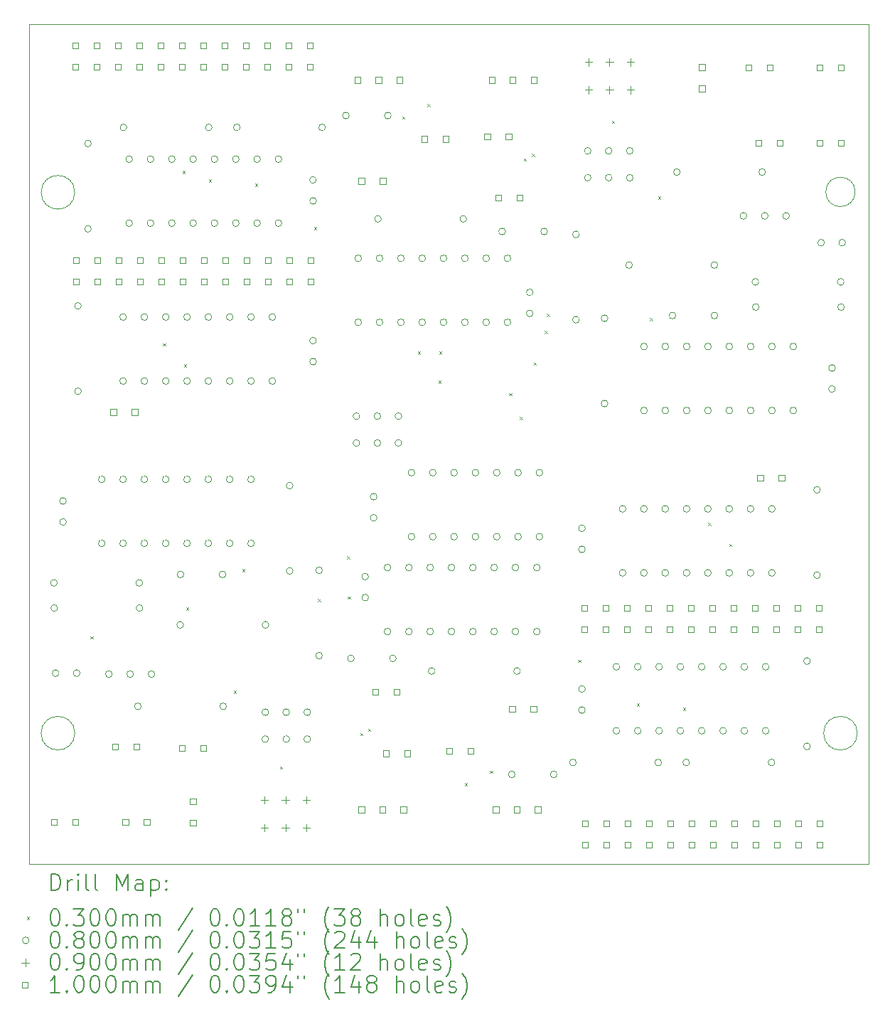
<source format=gbr>
%TF.GenerationSoftware,KiCad,Pcbnew,9.0.2*%
%TF.CreationDate,2025-06-14T15:50:34+02:00*%
%TF.ProjectId,kleingorium,6b6c6569-6e67-46f7-9269-756d2e6b6963,rev?*%
%TF.SameCoordinates,Original*%
%TF.FileFunction,Drillmap*%
%TF.FilePolarity,Positive*%
%FSLAX45Y45*%
G04 Gerber Fmt 4.5, Leading zero omitted, Abs format (unit mm)*
G04 Created by KiCad (PCBNEW 9.0.2) date 2025-06-14 15:50:34*
%MOMM*%
%LPD*%
G01*
G04 APERTURE LIST*
%ADD10C,0.050000*%
%ADD11C,0.200000*%
%ADD12C,0.100000*%
G04 APERTURE END LIST*
D10*
X18560000Y-13140000D02*
G75*
G02*
X18160000Y-13140000I-200000J0D01*
G01*
X18160000Y-13140000D02*
G75*
G02*
X18560000Y-13140000I200000J0D01*
G01*
X8700000Y-4700000D02*
X18700000Y-4700000D01*
X18700000Y-14700000D01*
X8700000Y-14700000D01*
X8700000Y-4700000D01*
X9240000Y-6700000D02*
G75*
G02*
X8840000Y-6700000I-200000J0D01*
G01*
X8840000Y-6700000D02*
G75*
G02*
X9240000Y-6700000I200000J0D01*
G01*
X9240000Y-13140000D02*
G75*
G02*
X8840000Y-13140000I-200000J0D01*
G01*
X8840000Y-13140000D02*
G75*
G02*
X9240000Y-13140000I200000J0D01*
G01*
X18535000Y-6695000D02*
G75*
G02*
X18185000Y-6695000I-175000J0D01*
G01*
X18185000Y-6695000D02*
G75*
G02*
X18535000Y-6695000I175000J0D01*
G01*
D11*
D12*
X9425000Y-11985000D02*
X9455000Y-12015000D01*
X9455000Y-11985000D02*
X9425000Y-12015000D01*
X10288643Y-8497257D02*
X10318643Y-8527257D01*
X10318643Y-8497257D02*
X10288643Y-8527257D01*
X10525000Y-6445000D02*
X10555000Y-6475000D01*
X10555000Y-6445000D02*
X10525000Y-6475000D01*
X10538643Y-8747257D02*
X10568643Y-8777257D01*
X10568643Y-8747257D02*
X10538643Y-8777257D01*
X10565000Y-11645000D02*
X10595000Y-11675000D01*
X10595000Y-11645000D02*
X10565000Y-11675000D01*
X10838643Y-6547257D02*
X10868643Y-6577257D01*
X10868643Y-6547257D02*
X10838643Y-6577257D01*
X11135000Y-12635000D02*
X11165000Y-12665000D01*
X11165000Y-12635000D02*
X11135000Y-12665000D01*
X11235000Y-11185000D02*
X11265000Y-11215000D01*
X11265000Y-11185000D02*
X11235000Y-11215000D01*
X11388643Y-6597257D02*
X11418643Y-6627257D01*
X11418643Y-6597257D02*
X11388643Y-6627257D01*
X11685000Y-13535000D02*
X11715000Y-13565000D01*
X11715000Y-13535000D02*
X11685000Y-13565000D01*
X12088643Y-7115462D02*
X12118643Y-7145462D01*
X12118643Y-7115462D02*
X12088643Y-7145462D01*
X12135000Y-11540000D02*
X12165000Y-11570000D01*
X12165000Y-11540000D02*
X12135000Y-11570000D01*
X12485000Y-11035000D02*
X12515000Y-11065000D01*
X12515000Y-11035000D02*
X12485000Y-11065000D01*
X12490000Y-11510000D02*
X12520000Y-11540000D01*
X12520000Y-11510000D02*
X12490000Y-11540000D01*
X12639000Y-13139000D02*
X12669000Y-13169000D01*
X12669000Y-13139000D02*
X12639000Y-13169000D01*
X12735000Y-13085000D02*
X12765000Y-13115000D01*
X12765000Y-13085000D02*
X12735000Y-13115000D01*
X13138643Y-5797257D02*
X13168643Y-5827257D01*
X13168643Y-5797257D02*
X13138643Y-5827257D01*
X13326643Y-8597257D02*
X13356643Y-8627257D01*
X13356643Y-8597257D02*
X13326643Y-8627257D01*
X13438643Y-5647257D02*
X13468643Y-5677257D01*
X13468643Y-5647257D02*
X13438643Y-5677257D01*
X13570000Y-8940000D02*
X13600000Y-8970000D01*
X13600000Y-8940000D02*
X13570000Y-8970000D01*
X13580643Y-8597257D02*
X13610643Y-8627257D01*
X13610643Y-8597257D02*
X13580643Y-8627257D01*
X13885000Y-13735000D02*
X13915000Y-13765000D01*
X13915000Y-13735000D02*
X13885000Y-13765000D01*
X14185000Y-13585000D02*
X14215000Y-13615000D01*
X14215000Y-13585000D02*
X14185000Y-13615000D01*
X14415000Y-9090000D02*
X14445000Y-9120000D01*
X14445000Y-9090000D02*
X14415000Y-9120000D01*
X14540000Y-9375000D02*
X14570000Y-9405000D01*
X14570000Y-9375000D02*
X14540000Y-9405000D01*
X14588643Y-6297257D02*
X14618643Y-6327257D01*
X14618643Y-6297257D02*
X14588643Y-6327257D01*
X14684643Y-6243257D02*
X14714643Y-6273257D01*
X14714643Y-6243257D02*
X14684643Y-6273257D01*
X14705000Y-8725000D02*
X14735000Y-8755000D01*
X14735000Y-8725000D02*
X14705000Y-8755000D01*
X14838643Y-8347257D02*
X14868643Y-8377257D01*
X14868643Y-8347257D02*
X14838643Y-8377257D01*
X14865000Y-8145000D02*
X14895000Y-8175000D01*
X14895000Y-8145000D02*
X14865000Y-8175000D01*
X15235000Y-12266795D02*
X15265000Y-12296795D01*
X15265000Y-12266795D02*
X15235000Y-12296795D01*
X15638643Y-5847257D02*
X15668643Y-5877257D01*
X15668643Y-5847257D02*
X15638643Y-5877257D01*
X15935000Y-12785000D02*
X15965000Y-12815000D01*
X15965000Y-12785000D02*
X15935000Y-12815000D01*
X16088643Y-8197257D02*
X16118643Y-8227257D01*
X16118643Y-8197257D02*
X16088643Y-8227257D01*
X16188643Y-6747257D02*
X16218643Y-6777257D01*
X16218643Y-6747257D02*
X16188643Y-6777257D01*
X16485000Y-12835000D02*
X16515000Y-12865000D01*
X16515000Y-12835000D02*
X16485000Y-12865000D01*
X16785000Y-10635000D02*
X16815000Y-10665000D01*
X16815000Y-10635000D02*
X16785000Y-10665000D01*
X17035000Y-10885000D02*
X17065000Y-10915000D01*
X17065000Y-10885000D02*
X17035000Y-10915000D01*
X9032000Y-11350000D02*
G75*
G02*
X8952000Y-11350000I-40000J0D01*
G01*
X8952000Y-11350000D02*
G75*
G02*
X9032000Y-11350000I40000J0D01*
G01*
X9036000Y-11650000D02*
G75*
G02*
X8956000Y-11650000I-40000J0D01*
G01*
X8956000Y-11650000D02*
G75*
G02*
X9036000Y-11650000I40000J0D01*
G01*
X9052990Y-12425000D02*
G75*
G02*
X8972990Y-12425000I-40000J0D01*
G01*
X8972990Y-12425000D02*
G75*
G02*
X9052990Y-12425000I40000J0D01*
G01*
X9140000Y-10375000D02*
G75*
G02*
X9060000Y-10375000I-40000J0D01*
G01*
X9060000Y-10375000D02*
G75*
G02*
X9140000Y-10375000I40000J0D01*
G01*
X9140000Y-10625000D02*
G75*
G02*
X9060000Y-10625000I-40000J0D01*
G01*
X9060000Y-10625000D02*
G75*
G02*
X9140000Y-10625000I40000J0D01*
G01*
X9302990Y-12425000D02*
G75*
G02*
X9222990Y-12425000I-40000J0D01*
G01*
X9222990Y-12425000D02*
G75*
G02*
X9302990Y-12425000I40000J0D01*
G01*
X9318500Y-8052000D02*
G75*
G02*
X9238500Y-8052000I-40000J0D01*
G01*
X9238500Y-8052000D02*
G75*
G02*
X9318500Y-8052000I40000J0D01*
G01*
X9318500Y-9068000D02*
G75*
G02*
X9238500Y-9068000I-40000J0D01*
G01*
X9238500Y-9068000D02*
G75*
G02*
X9318500Y-9068000I40000J0D01*
G01*
X9438000Y-6119500D02*
G75*
G02*
X9358000Y-6119500I-40000J0D01*
G01*
X9358000Y-6119500D02*
G75*
G02*
X9438000Y-6119500I40000J0D01*
G01*
X9438000Y-7135500D02*
G75*
G02*
X9358000Y-7135500I-40000J0D01*
G01*
X9358000Y-7135500D02*
G75*
G02*
X9438000Y-7135500I40000J0D01*
G01*
X9601000Y-10118500D02*
G75*
G02*
X9521000Y-10118500I-40000J0D01*
G01*
X9521000Y-10118500D02*
G75*
G02*
X9601000Y-10118500I40000J0D01*
G01*
X9601000Y-10880500D02*
G75*
G02*
X9521000Y-10880500I-40000J0D01*
G01*
X9521000Y-10880500D02*
G75*
G02*
X9601000Y-10880500I40000J0D01*
G01*
X9686000Y-12436000D02*
G75*
G02*
X9606000Y-12436000I-40000J0D01*
G01*
X9606000Y-12436000D02*
G75*
G02*
X9686000Y-12436000I40000J0D01*
G01*
X9855000Y-10118500D02*
G75*
G02*
X9775000Y-10118500I-40000J0D01*
G01*
X9775000Y-10118500D02*
G75*
G02*
X9855000Y-10118500I40000J0D01*
G01*
X9855000Y-10880500D02*
G75*
G02*
X9775000Y-10880500I-40000J0D01*
G01*
X9775000Y-10880500D02*
G75*
G02*
X9855000Y-10880500I40000J0D01*
G01*
X9856000Y-8185500D02*
G75*
G02*
X9776000Y-8185500I-40000J0D01*
G01*
X9776000Y-8185500D02*
G75*
G02*
X9856000Y-8185500I40000J0D01*
G01*
X9856000Y-8947500D02*
G75*
G02*
X9776000Y-8947500I-40000J0D01*
G01*
X9776000Y-8947500D02*
G75*
G02*
X9856000Y-8947500I40000J0D01*
G01*
X9860000Y-5927500D02*
G75*
G02*
X9780000Y-5927500I-40000J0D01*
G01*
X9780000Y-5927500D02*
G75*
G02*
X9860000Y-5927500I40000J0D01*
G01*
X9929000Y-6305000D02*
G75*
G02*
X9849000Y-6305000I-40000J0D01*
G01*
X9849000Y-6305000D02*
G75*
G02*
X9929000Y-6305000I40000J0D01*
G01*
X9929000Y-7067000D02*
G75*
G02*
X9849000Y-7067000I-40000J0D01*
G01*
X9849000Y-7067000D02*
G75*
G02*
X9929000Y-7067000I40000J0D01*
G01*
X9940000Y-12436000D02*
G75*
G02*
X9860000Y-12436000I-40000J0D01*
G01*
X9860000Y-12436000D02*
G75*
G02*
X9940000Y-12436000I40000J0D01*
G01*
X10032000Y-12820000D02*
G75*
G02*
X9952000Y-12820000I-40000J0D01*
G01*
X9952000Y-12820000D02*
G75*
G02*
X10032000Y-12820000I40000J0D01*
G01*
X10048000Y-11350000D02*
G75*
G02*
X9968000Y-11350000I-40000J0D01*
G01*
X9968000Y-11350000D02*
G75*
G02*
X10048000Y-11350000I40000J0D01*
G01*
X10052000Y-11650000D02*
G75*
G02*
X9972000Y-11650000I-40000J0D01*
G01*
X9972000Y-11650000D02*
G75*
G02*
X10052000Y-11650000I40000J0D01*
G01*
X10109000Y-10118500D02*
G75*
G02*
X10029000Y-10118500I-40000J0D01*
G01*
X10029000Y-10118500D02*
G75*
G02*
X10109000Y-10118500I40000J0D01*
G01*
X10109000Y-10880500D02*
G75*
G02*
X10029000Y-10880500I-40000J0D01*
G01*
X10029000Y-10880500D02*
G75*
G02*
X10109000Y-10880500I40000J0D01*
G01*
X10110000Y-8185500D02*
G75*
G02*
X10030000Y-8185500I-40000J0D01*
G01*
X10030000Y-8185500D02*
G75*
G02*
X10110000Y-8185500I40000J0D01*
G01*
X10110000Y-8947500D02*
G75*
G02*
X10030000Y-8947500I-40000J0D01*
G01*
X10030000Y-8947500D02*
G75*
G02*
X10110000Y-8947500I40000J0D01*
G01*
X10183000Y-6305000D02*
G75*
G02*
X10103000Y-6305000I-40000J0D01*
G01*
X10103000Y-6305000D02*
G75*
G02*
X10183000Y-6305000I40000J0D01*
G01*
X10183000Y-7067000D02*
G75*
G02*
X10103000Y-7067000I-40000J0D01*
G01*
X10103000Y-7067000D02*
G75*
G02*
X10183000Y-7067000I40000J0D01*
G01*
X10194000Y-12436000D02*
G75*
G02*
X10114000Y-12436000I-40000J0D01*
G01*
X10114000Y-12436000D02*
G75*
G02*
X10194000Y-12436000I40000J0D01*
G01*
X10363000Y-10118500D02*
G75*
G02*
X10283000Y-10118500I-40000J0D01*
G01*
X10283000Y-10118500D02*
G75*
G02*
X10363000Y-10118500I40000J0D01*
G01*
X10363000Y-10880500D02*
G75*
G02*
X10283000Y-10880500I-40000J0D01*
G01*
X10283000Y-10880500D02*
G75*
G02*
X10363000Y-10880500I40000J0D01*
G01*
X10364000Y-8185500D02*
G75*
G02*
X10284000Y-8185500I-40000J0D01*
G01*
X10284000Y-8185500D02*
G75*
G02*
X10364000Y-8185500I40000J0D01*
G01*
X10364000Y-8947500D02*
G75*
G02*
X10284000Y-8947500I-40000J0D01*
G01*
X10284000Y-8947500D02*
G75*
G02*
X10364000Y-8947500I40000J0D01*
G01*
X10437000Y-6305000D02*
G75*
G02*
X10357000Y-6305000I-40000J0D01*
G01*
X10357000Y-6305000D02*
G75*
G02*
X10437000Y-6305000I40000J0D01*
G01*
X10437000Y-7067000D02*
G75*
G02*
X10357000Y-7067000I-40000J0D01*
G01*
X10357000Y-7067000D02*
G75*
G02*
X10437000Y-7067000I40000J0D01*
G01*
X10536500Y-11850000D02*
G75*
G02*
X10456500Y-11850000I-40000J0D01*
G01*
X10456500Y-11850000D02*
G75*
G02*
X10536500Y-11850000I40000J0D01*
G01*
X10540000Y-11250000D02*
G75*
G02*
X10460000Y-11250000I-40000J0D01*
G01*
X10460000Y-11250000D02*
G75*
G02*
X10540000Y-11250000I40000J0D01*
G01*
X10617000Y-10118500D02*
G75*
G02*
X10537000Y-10118500I-40000J0D01*
G01*
X10537000Y-10118500D02*
G75*
G02*
X10617000Y-10118500I40000J0D01*
G01*
X10617000Y-10880500D02*
G75*
G02*
X10537000Y-10880500I-40000J0D01*
G01*
X10537000Y-10880500D02*
G75*
G02*
X10617000Y-10880500I40000J0D01*
G01*
X10618000Y-8185500D02*
G75*
G02*
X10538000Y-8185500I-40000J0D01*
G01*
X10538000Y-8185500D02*
G75*
G02*
X10618000Y-8185500I40000J0D01*
G01*
X10618000Y-8947500D02*
G75*
G02*
X10538000Y-8947500I-40000J0D01*
G01*
X10538000Y-8947500D02*
G75*
G02*
X10618000Y-8947500I40000J0D01*
G01*
X10691000Y-6305000D02*
G75*
G02*
X10611000Y-6305000I-40000J0D01*
G01*
X10611000Y-6305000D02*
G75*
G02*
X10691000Y-6305000I40000J0D01*
G01*
X10691000Y-7067000D02*
G75*
G02*
X10611000Y-7067000I-40000J0D01*
G01*
X10611000Y-7067000D02*
G75*
G02*
X10691000Y-7067000I40000J0D01*
G01*
X10871000Y-10118500D02*
G75*
G02*
X10791000Y-10118500I-40000J0D01*
G01*
X10791000Y-10118500D02*
G75*
G02*
X10871000Y-10118500I40000J0D01*
G01*
X10871000Y-10880500D02*
G75*
G02*
X10791000Y-10880500I-40000J0D01*
G01*
X10791000Y-10880500D02*
G75*
G02*
X10871000Y-10880500I40000J0D01*
G01*
X10872000Y-8185500D02*
G75*
G02*
X10792000Y-8185500I-40000J0D01*
G01*
X10792000Y-8185500D02*
G75*
G02*
X10872000Y-8185500I40000J0D01*
G01*
X10872000Y-8947500D02*
G75*
G02*
X10792000Y-8947500I-40000J0D01*
G01*
X10792000Y-8947500D02*
G75*
G02*
X10872000Y-8947500I40000J0D01*
G01*
X10876000Y-5927500D02*
G75*
G02*
X10796000Y-5927500I-40000J0D01*
G01*
X10796000Y-5927500D02*
G75*
G02*
X10876000Y-5927500I40000J0D01*
G01*
X10945000Y-6305000D02*
G75*
G02*
X10865000Y-6305000I-40000J0D01*
G01*
X10865000Y-6305000D02*
G75*
G02*
X10945000Y-6305000I40000J0D01*
G01*
X10945000Y-7067000D02*
G75*
G02*
X10865000Y-7067000I-40000J0D01*
G01*
X10865000Y-7067000D02*
G75*
G02*
X10945000Y-7067000I40000J0D01*
G01*
X11040000Y-11250000D02*
G75*
G02*
X10960000Y-11250000I-40000J0D01*
G01*
X10960000Y-11250000D02*
G75*
G02*
X11040000Y-11250000I40000J0D01*
G01*
X11048000Y-12820000D02*
G75*
G02*
X10968000Y-12820000I-40000J0D01*
G01*
X10968000Y-12820000D02*
G75*
G02*
X11048000Y-12820000I40000J0D01*
G01*
X11125000Y-10118500D02*
G75*
G02*
X11045000Y-10118500I-40000J0D01*
G01*
X11045000Y-10118500D02*
G75*
G02*
X11125000Y-10118500I40000J0D01*
G01*
X11125000Y-10880500D02*
G75*
G02*
X11045000Y-10880500I-40000J0D01*
G01*
X11045000Y-10880500D02*
G75*
G02*
X11125000Y-10880500I40000J0D01*
G01*
X11126000Y-8185500D02*
G75*
G02*
X11046000Y-8185500I-40000J0D01*
G01*
X11046000Y-8185500D02*
G75*
G02*
X11126000Y-8185500I40000J0D01*
G01*
X11126000Y-8947500D02*
G75*
G02*
X11046000Y-8947500I-40000J0D01*
G01*
X11046000Y-8947500D02*
G75*
G02*
X11126000Y-8947500I40000J0D01*
G01*
X11199000Y-6305000D02*
G75*
G02*
X11119000Y-6305000I-40000J0D01*
G01*
X11119000Y-6305000D02*
G75*
G02*
X11199000Y-6305000I40000J0D01*
G01*
X11199000Y-7067000D02*
G75*
G02*
X11119000Y-7067000I-40000J0D01*
G01*
X11119000Y-7067000D02*
G75*
G02*
X11199000Y-7067000I40000J0D01*
G01*
X11210000Y-5927500D02*
G75*
G02*
X11130000Y-5927500I-40000J0D01*
G01*
X11130000Y-5927500D02*
G75*
G02*
X11210000Y-5927500I40000J0D01*
G01*
X11379000Y-10118500D02*
G75*
G02*
X11299000Y-10118500I-40000J0D01*
G01*
X11299000Y-10118500D02*
G75*
G02*
X11379000Y-10118500I40000J0D01*
G01*
X11379000Y-10880500D02*
G75*
G02*
X11299000Y-10880500I-40000J0D01*
G01*
X11299000Y-10880500D02*
G75*
G02*
X11379000Y-10880500I40000J0D01*
G01*
X11380000Y-8185500D02*
G75*
G02*
X11300000Y-8185500I-40000J0D01*
G01*
X11300000Y-8185500D02*
G75*
G02*
X11380000Y-8185500I40000J0D01*
G01*
X11380000Y-8947500D02*
G75*
G02*
X11300000Y-8947500I-40000J0D01*
G01*
X11300000Y-8947500D02*
G75*
G02*
X11380000Y-8947500I40000J0D01*
G01*
X11453000Y-6305000D02*
G75*
G02*
X11373000Y-6305000I-40000J0D01*
G01*
X11373000Y-6305000D02*
G75*
G02*
X11453000Y-6305000I40000J0D01*
G01*
X11453000Y-7067000D02*
G75*
G02*
X11373000Y-7067000I-40000J0D01*
G01*
X11373000Y-7067000D02*
G75*
G02*
X11453000Y-7067000I40000J0D01*
G01*
X11549250Y-12890000D02*
G75*
G02*
X11469250Y-12890000I-40000J0D01*
G01*
X11469250Y-12890000D02*
G75*
G02*
X11549250Y-12890000I40000J0D01*
G01*
X11549250Y-13210000D02*
G75*
G02*
X11469250Y-13210000I-40000J0D01*
G01*
X11469250Y-13210000D02*
G75*
G02*
X11549250Y-13210000I40000J0D01*
G01*
X11552500Y-11850000D02*
G75*
G02*
X11472500Y-11850000I-40000J0D01*
G01*
X11472500Y-11850000D02*
G75*
G02*
X11552500Y-11850000I40000J0D01*
G01*
X11634000Y-8185500D02*
G75*
G02*
X11554000Y-8185500I-40000J0D01*
G01*
X11554000Y-8185500D02*
G75*
G02*
X11634000Y-8185500I40000J0D01*
G01*
X11634000Y-8947500D02*
G75*
G02*
X11554000Y-8947500I-40000J0D01*
G01*
X11554000Y-8947500D02*
G75*
G02*
X11634000Y-8947500I40000J0D01*
G01*
X11707000Y-6305000D02*
G75*
G02*
X11627000Y-6305000I-40000J0D01*
G01*
X11627000Y-6305000D02*
G75*
G02*
X11707000Y-6305000I40000J0D01*
G01*
X11707000Y-7067000D02*
G75*
G02*
X11627000Y-7067000I-40000J0D01*
G01*
X11627000Y-7067000D02*
G75*
G02*
X11707000Y-7067000I40000J0D01*
G01*
X11799250Y-12890000D02*
G75*
G02*
X11719250Y-12890000I-40000J0D01*
G01*
X11719250Y-12890000D02*
G75*
G02*
X11799250Y-12890000I40000J0D01*
G01*
X11799250Y-13210000D02*
G75*
G02*
X11719250Y-13210000I-40000J0D01*
G01*
X11719250Y-13210000D02*
G75*
G02*
X11799250Y-13210000I40000J0D01*
G01*
X11840000Y-10192000D02*
G75*
G02*
X11760000Y-10192000I-40000J0D01*
G01*
X11760000Y-10192000D02*
G75*
G02*
X11840000Y-10192000I40000J0D01*
G01*
X11840000Y-11208000D02*
G75*
G02*
X11760000Y-11208000I-40000J0D01*
G01*
X11760000Y-11208000D02*
G75*
G02*
X11840000Y-11208000I40000J0D01*
G01*
X12049250Y-12890000D02*
G75*
G02*
X11969250Y-12890000I-40000J0D01*
G01*
X11969250Y-12890000D02*
G75*
G02*
X12049250Y-12890000I40000J0D01*
G01*
X12049250Y-13210000D02*
G75*
G02*
X11969250Y-13210000I-40000J0D01*
G01*
X11969250Y-13210000D02*
G75*
G02*
X12049250Y-13210000I40000J0D01*
G01*
X12118000Y-6552500D02*
G75*
G02*
X12038000Y-6552500I-40000J0D01*
G01*
X12038000Y-6552500D02*
G75*
G02*
X12118000Y-6552500I40000J0D01*
G01*
X12118000Y-6802500D02*
G75*
G02*
X12038000Y-6802500I-40000J0D01*
G01*
X12038000Y-6802500D02*
G75*
G02*
X12118000Y-6802500I40000J0D01*
G01*
X12118500Y-8466000D02*
G75*
G02*
X12038500Y-8466000I-40000J0D01*
G01*
X12038500Y-8466000D02*
G75*
G02*
X12118500Y-8466000I40000J0D01*
G01*
X12118500Y-8716000D02*
G75*
G02*
X12038500Y-8716000I-40000J0D01*
G01*
X12038500Y-8716000D02*
G75*
G02*
X12118500Y-8716000I40000J0D01*
G01*
X12190000Y-11200000D02*
G75*
G02*
X12110000Y-11200000I-40000J0D01*
G01*
X12110000Y-11200000D02*
G75*
G02*
X12190000Y-11200000I40000J0D01*
G01*
X12190000Y-12216000D02*
G75*
G02*
X12110000Y-12216000I-40000J0D01*
G01*
X12110000Y-12216000D02*
G75*
G02*
X12190000Y-12216000I40000J0D01*
G01*
X12226000Y-5927500D02*
G75*
G02*
X12146000Y-5927500I-40000J0D01*
G01*
X12146000Y-5927500D02*
G75*
G02*
X12226000Y-5927500I40000J0D01*
G01*
X12510000Y-5786000D02*
G75*
G02*
X12430000Y-5786000I-40000J0D01*
G01*
X12430000Y-5786000D02*
G75*
G02*
X12510000Y-5786000I40000J0D01*
G01*
X12569000Y-12250000D02*
G75*
G02*
X12489000Y-12250000I-40000J0D01*
G01*
X12489000Y-12250000D02*
G75*
G02*
X12569000Y-12250000I40000J0D01*
G01*
X12635000Y-9365000D02*
G75*
G02*
X12555000Y-9365000I-40000J0D01*
G01*
X12555000Y-9365000D02*
G75*
G02*
X12635000Y-9365000I40000J0D01*
G01*
X12635000Y-9685000D02*
G75*
G02*
X12555000Y-9685000I-40000J0D01*
G01*
X12555000Y-9685000D02*
G75*
G02*
X12635000Y-9685000I40000J0D01*
G01*
X12656000Y-7486000D02*
G75*
G02*
X12576000Y-7486000I-40000J0D01*
G01*
X12576000Y-7486000D02*
G75*
G02*
X12656000Y-7486000I40000J0D01*
G01*
X12656000Y-8248000D02*
G75*
G02*
X12576000Y-8248000I-40000J0D01*
G01*
X12576000Y-8248000D02*
G75*
G02*
X12656000Y-8248000I40000J0D01*
G01*
X12740000Y-11275000D02*
G75*
G02*
X12660000Y-11275000I-40000J0D01*
G01*
X12660000Y-11275000D02*
G75*
G02*
X12740000Y-11275000I40000J0D01*
G01*
X12740000Y-11525000D02*
G75*
G02*
X12660000Y-11525000I-40000J0D01*
G01*
X12660000Y-11525000D02*
G75*
G02*
X12740000Y-11525000I40000J0D01*
G01*
X12840000Y-10325000D02*
G75*
G02*
X12760000Y-10325000I-40000J0D01*
G01*
X12760000Y-10325000D02*
G75*
G02*
X12840000Y-10325000I40000J0D01*
G01*
X12840000Y-10575000D02*
G75*
G02*
X12760000Y-10575000I-40000J0D01*
G01*
X12760000Y-10575000D02*
G75*
G02*
X12840000Y-10575000I40000J0D01*
G01*
X12885000Y-9365000D02*
G75*
G02*
X12805000Y-9365000I-40000J0D01*
G01*
X12805000Y-9365000D02*
G75*
G02*
X12885000Y-9365000I40000J0D01*
G01*
X12885000Y-9685000D02*
G75*
G02*
X12805000Y-9685000I-40000J0D01*
G01*
X12805000Y-9685000D02*
G75*
G02*
X12885000Y-9685000I40000J0D01*
G01*
X12891000Y-7016500D02*
G75*
G02*
X12811000Y-7016500I-40000J0D01*
G01*
X12811000Y-7016500D02*
G75*
G02*
X12891000Y-7016500I40000J0D01*
G01*
X12910000Y-7486000D02*
G75*
G02*
X12830000Y-7486000I-40000J0D01*
G01*
X12830000Y-7486000D02*
G75*
G02*
X12910000Y-7486000I40000J0D01*
G01*
X12910000Y-8248000D02*
G75*
G02*
X12830000Y-8248000I-40000J0D01*
G01*
X12830000Y-8248000D02*
G75*
G02*
X12910000Y-8248000I40000J0D01*
G01*
X13005000Y-11168500D02*
G75*
G02*
X12925000Y-11168500I-40000J0D01*
G01*
X12925000Y-11168500D02*
G75*
G02*
X13005000Y-11168500I40000J0D01*
G01*
X13005000Y-11930500D02*
G75*
G02*
X12925000Y-11930500I-40000J0D01*
G01*
X12925000Y-11930500D02*
G75*
G02*
X13005000Y-11930500I40000J0D01*
G01*
X13010000Y-5786000D02*
G75*
G02*
X12930000Y-5786000I-40000J0D01*
G01*
X12930000Y-5786000D02*
G75*
G02*
X13010000Y-5786000I40000J0D01*
G01*
X13069000Y-12250000D02*
G75*
G02*
X12989000Y-12250000I-40000J0D01*
G01*
X12989000Y-12250000D02*
G75*
G02*
X13069000Y-12250000I40000J0D01*
G01*
X13135000Y-9365000D02*
G75*
G02*
X13055000Y-9365000I-40000J0D01*
G01*
X13055000Y-9365000D02*
G75*
G02*
X13135000Y-9365000I40000J0D01*
G01*
X13135000Y-9685000D02*
G75*
G02*
X13055000Y-9685000I-40000J0D01*
G01*
X13055000Y-9685000D02*
G75*
G02*
X13135000Y-9685000I40000J0D01*
G01*
X13164000Y-7486000D02*
G75*
G02*
X13084000Y-7486000I-40000J0D01*
G01*
X13084000Y-7486000D02*
G75*
G02*
X13164000Y-7486000I40000J0D01*
G01*
X13164000Y-8248000D02*
G75*
G02*
X13084000Y-8248000I-40000J0D01*
G01*
X13084000Y-8248000D02*
G75*
G02*
X13164000Y-8248000I40000J0D01*
G01*
X13259000Y-11168500D02*
G75*
G02*
X13179000Y-11168500I-40000J0D01*
G01*
X13179000Y-11168500D02*
G75*
G02*
X13259000Y-11168500I40000J0D01*
G01*
X13259000Y-11930500D02*
G75*
G02*
X13179000Y-11930500I-40000J0D01*
G01*
X13179000Y-11930500D02*
G75*
G02*
X13259000Y-11930500I40000J0D01*
G01*
X13290000Y-10038000D02*
G75*
G02*
X13210000Y-10038000I-40000J0D01*
G01*
X13210000Y-10038000D02*
G75*
G02*
X13290000Y-10038000I40000J0D01*
G01*
X13290000Y-10800000D02*
G75*
G02*
X13210000Y-10800000I-40000J0D01*
G01*
X13210000Y-10800000D02*
G75*
G02*
X13290000Y-10800000I40000J0D01*
G01*
X13418000Y-7486000D02*
G75*
G02*
X13338000Y-7486000I-40000J0D01*
G01*
X13338000Y-7486000D02*
G75*
G02*
X13418000Y-7486000I40000J0D01*
G01*
X13418000Y-8248000D02*
G75*
G02*
X13338000Y-8248000I-40000J0D01*
G01*
X13338000Y-8248000D02*
G75*
G02*
X13418000Y-8248000I40000J0D01*
G01*
X13513000Y-11168500D02*
G75*
G02*
X13433000Y-11168500I-40000J0D01*
G01*
X13433000Y-11168500D02*
G75*
G02*
X13513000Y-11168500I40000J0D01*
G01*
X13513000Y-11930500D02*
G75*
G02*
X13433000Y-11930500I-40000J0D01*
G01*
X13433000Y-11930500D02*
G75*
G02*
X13513000Y-11930500I40000J0D01*
G01*
X13532000Y-12400000D02*
G75*
G02*
X13452000Y-12400000I-40000J0D01*
G01*
X13452000Y-12400000D02*
G75*
G02*
X13532000Y-12400000I40000J0D01*
G01*
X13544000Y-10038000D02*
G75*
G02*
X13464000Y-10038000I-40000J0D01*
G01*
X13464000Y-10038000D02*
G75*
G02*
X13544000Y-10038000I40000J0D01*
G01*
X13544000Y-10800000D02*
G75*
G02*
X13464000Y-10800000I-40000J0D01*
G01*
X13464000Y-10800000D02*
G75*
G02*
X13544000Y-10800000I40000J0D01*
G01*
X13672000Y-7486000D02*
G75*
G02*
X13592000Y-7486000I-40000J0D01*
G01*
X13592000Y-7486000D02*
G75*
G02*
X13672000Y-7486000I40000J0D01*
G01*
X13672000Y-8248000D02*
G75*
G02*
X13592000Y-8248000I-40000J0D01*
G01*
X13592000Y-8248000D02*
G75*
G02*
X13672000Y-8248000I40000J0D01*
G01*
X13767000Y-11168500D02*
G75*
G02*
X13687000Y-11168500I-40000J0D01*
G01*
X13687000Y-11168500D02*
G75*
G02*
X13767000Y-11168500I40000J0D01*
G01*
X13767000Y-11930500D02*
G75*
G02*
X13687000Y-11930500I-40000J0D01*
G01*
X13687000Y-11930500D02*
G75*
G02*
X13767000Y-11930500I40000J0D01*
G01*
X13798000Y-10038000D02*
G75*
G02*
X13718000Y-10038000I-40000J0D01*
G01*
X13718000Y-10038000D02*
G75*
G02*
X13798000Y-10038000I40000J0D01*
G01*
X13798000Y-10800000D02*
G75*
G02*
X13718000Y-10800000I-40000J0D01*
G01*
X13718000Y-10800000D02*
G75*
G02*
X13798000Y-10800000I40000J0D01*
G01*
X13907000Y-7016500D02*
G75*
G02*
X13827000Y-7016500I-40000J0D01*
G01*
X13827000Y-7016500D02*
G75*
G02*
X13907000Y-7016500I40000J0D01*
G01*
X13926000Y-7486000D02*
G75*
G02*
X13846000Y-7486000I-40000J0D01*
G01*
X13846000Y-7486000D02*
G75*
G02*
X13926000Y-7486000I40000J0D01*
G01*
X13926000Y-8248000D02*
G75*
G02*
X13846000Y-8248000I-40000J0D01*
G01*
X13846000Y-8248000D02*
G75*
G02*
X13926000Y-8248000I40000J0D01*
G01*
X14021000Y-11168500D02*
G75*
G02*
X13941000Y-11168500I-40000J0D01*
G01*
X13941000Y-11168500D02*
G75*
G02*
X14021000Y-11168500I40000J0D01*
G01*
X14021000Y-11930500D02*
G75*
G02*
X13941000Y-11930500I-40000J0D01*
G01*
X13941000Y-11930500D02*
G75*
G02*
X14021000Y-11930500I40000J0D01*
G01*
X14052000Y-10038000D02*
G75*
G02*
X13972000Y-10038000I-40000J0D01*
G01*
X13972000Y-10038000D02*
G75*
G02*
X14052000Y-10038000I40000J0D01*
G01*
X14052000Y-10800000D02*
G75*
G02*
X13972000Y-10800000I-40000J0D01*
G01*
X13972000Y-10800000D02*
G75*
G02*
X14052000Y-10800000I40000J0D01*
G01*
X14180000Y-7486000D02*
G75*
G02*
X14100000Y-7486000I-40000J0D01*
G01*
X14100000Y-7486000D02*
G75*
G02*
X14180000Y-7486000I40000J0D01*
G01*
X14180000Y-8248000D02*
G75*
G02*
X14100000Y-8248000I-40000J0D01*
G01*
X14100000Y-8248000D02*
G75*
G02*
X14180000Y-8248000I40000J0D01*
G01*
X14275000Y-11168500D02*
G75*
G02*
X14195000Y-11168500I-40000J0D01*
G01*
X14195000Y-11168500D02*
G75*
G02*
X14275000Y-11168500I40000J0D01*
G01*
X14275000Y-11930500D02*
G75*
G02*
X14195000Y-11930500I-40000J0D01*
G01*
X14195000Y-11930500D02*
G75*
G02*
X14275000Y-11930500I40000J0D01*
G01*
X14306000Y-10038000D02*
G75*
G02*
X14226000Y-10038000I-40000J0D01*
G01*
X14226000Y-10038000D02*
G75*
G02*
X14306000Y-10038000I40000J0D01*
G01*
X14306000Y-10800000D02*
G75*
G02*
X14226000Y-10800000I-40000J0D01*
G01*
X14226000Y-10800000D02*
G75*
G02*
X14306000Y-10800000I40000J0D01*
G01*
X14370000Y-7166500D02*
G75*
G02*
X14290000Y-7166500I-40000J0D01*
G01*
X14290000Y-7166500D02*
G75*
G02*
X14370000Y-7166500I40000J0D01*
G01*
X14434000Y-7486000D02*
G75*
G02*
X14354000Y-7486000I-40000J0D01*
G01*
X14354000Y-7486000D02*
G75*
G02*
X14434000Y-7486000I40000J0D01*
G01*
X14434000Y-8248000D02*
G75*
G02*
X14354000Y-8248000I-40000J0D01*
G01*
X14354000Y-8248000D02*
G75*
G02*
X14434000Y-8248000I40000J0D01*
G01*
X14484500Y-13630500D02*
G75*
G02*
X14404500Y-13630500I-40000J0D01*
G01*
X14404500Y-13630500D02*
G75*
G02*
X14484500Y-13630500I40000J0D01*
G01*
X14529000Y-11168500D02*
G75*
G02*
X14449000Y-11168500I-40000J0D01*
G01*
X14449000Y-11168500D02*
G75*
G02*
X14529000Y-11168500I40000J0D01*
G01*
X14529000Y-11930500D02*
G75*
G02*
X14449000Y-11930500I-40000J0D01*
G01*
X14449000Y-11930500D02*
G75*
G02*
X14529000Y-11930500I40000J0D01*
G01*
X14548000Y-12400000D02*
G75*
G02*
X14468000Y-12400000I-40000J0D01*
G01*
X14468000Y-12400000D02*
G75*
G02*
X14548000Y-12400000I40000J0D01*
G01*
X14560000Y-10038000D02*
G75*
G02*
X14480000Y-10038000I-40000J0D01*
G01*
X14480000Y-10038000D02*
G75*
G02*
X14560000Y-10038000I40000J0D01*
G01*
X14560000Y-10800000D02*
G75*
G02*
X14480000Y-10800000I-40000J0D01*
G01*
X14480000Y-10800000D02*
G75*
G02*
X14560000Y-10800000I40000J0D01*
G01*
X14699000Y-7891500D02*
G75*
G02*
X14619000Y-7891500I-40000J0D01*
G01*
X14619000Y-7891500D02*
G75*
G02*
X14699000Y-7891500I40000J0D01*
G01*
X14699000Y-8141500D02*
G75*
G02*
X14619000Y-8141500I-40000J0D01*
G01*
X14619000Y-8141500D02*
G75*
G02*
X14699000Y-8141500I40000J0D01*
G01*
X14783000Y-11168500D02*
G75*
G02*
X14703000Y-11168500I-40000J0D01*
G01*
X14703000Y-11168500D02*
G75*
G02*
X14783000Y-11168500I40000J0D01*
G01*
X14783000Y-11930500D02*
G75*
G02*
X14703000Y-11930500I-40000J0D01*
G01*
X14703000Y-11930500D02*
G75*
G02*
X14783000Y-11930500I40000J0D01*
G01*
X14814000Y-10038000D02*
G75*
G02*
X14734000Y-10038000I-40000J0D01*
G01*
X14734000Y-10038000D02*
G75*
G02*
X14814000Y-10038000I40000J0D01*
G01*
X14814000Y-10800000D02*
G75*
G02*
X14734000Y-10800000I-40000J0D01*
G01*
X14734000Y-10800000D02*
G75*
G02*
X14814000Y-10800000I40000J0D01*
G01*
X14870000Y-7166500D02*
G75*
G02*
X14790000Y-7166500I-40000J0D01*
G01*
X14790000Y-7166500D02*
G75*
G02*
X14870000Y-7166500I40000J0D01*
G01*
X14984500Y-13630500D02*
G75*
G02*
X14904500Y-13630500I-40000J0D01*
G01*
X14904500Y-13630500D02*
G75*
G02*
X14984500Y-13630500I40000J0D01*
G01*
X15213000Y-13489000D02*
G75*
G02*
X15133000Y-13489000I-40000J0D01*
G01*
X15133000Y-13489000D02*
G75*
G02*
X15213000Y-13489000I40000J0D01*
G01*
X15249000Y-7200500D02*
G75*
G02*
X15169000Y-7200500I-40000J0D01*
G01*
X15169000Y-7200500D02*
G75*
G02*
X15249000Y-7200500I40000J0D01*
G01*
X15249000Y-8216500D02*
G75*
G02*
X15169000Y-8216500I-40000J0D01*
G01*
X15169000Y-8216500D02*
G75*
G02*
X15249000Y-8216500I40000J0D01*
G01*
X15320500Y-10700500D02*
G75*
G02*
X15240500Y-10700500I-40000J0D01*
G01*
X15240500Y-10700500D02*
G75*
G02*
X15320500Y-10700500I40000J0D01*
G01*
X15320500Y-10950500D02*
G75*
G02*
X15240500Y-10950500I-40000J0D01*
G01*
X15240500Y-10950500D02*
G75*
G02*
X15320500Y-10950500I40000J0D01*
G01*
X15321000Y-12614000D02*
G75*
G02*
X15241000Y-12614000I-40000J0D01*
G01*
X15241000Y-12614000D02*
G75*
G02*
X15321000Y-12614000I40000J0D01*
G01*
X15321000Y-12864000D02*
G75*
G02*
X15241000Y-12864000I-40000J0D01*
G01*
X15241000Y-12864000D02*
G75*
G02*
X15321000Y-12864000I40000J0D01*
G01*
X15389750Y-6206500D02*
G75*
G02*
X15309750Y-6206500I-40000J0D01*
G01*
X15309750Y-6206500D02*
G75*
G02*
X15389750Y-6206500I40000J0D01*
G01*
X15389750Y-6526500D02*
G75*
G02*
X15309750Y-6526500I-40000J0D01*
G01*
X15309750Y-6526500D02*
G75*
G02*
X15389750Y-6526500I40000J0D01*
G01*
X15590000Y-8200000D02*
G75*
G02*
X15510000Y-8200000I-40000J0D01*
G01*
X15510000Y-8200000D02*
G75*
G02*
X15590000Y-8200000I40000J0D01*
G01*
X15590000Y-9216000D02*
G75*
G02*
X15510000Y-9216000I-40000J0D01*
G01*
X15510000Y-9216000D02*
G75*
G02*
X15590000Y-9216000I40000J0D01*
G01*
X15639750Y-6206500D02*
G75*
G02*
X15559750Y-6206500I-40000J0D01*
G01*
X15559750Y-6206500D02*
G75*
G02*
X15639750Y-6206500I40000J0D01*
G01*
X15639750Y-6526500D02*
G75*
G02*
X15559750Y-6526500I-40000J0D01*
G01*
X15559750Y-6526500D02*
G75*
G02*
X15639750Y-6526500I40000J0D01*
G01*
X15732000Y-12349500D02*
G75*
G02*
X15652000Y-12349500I-40000J0D01*
G01*
X15652000Y-12349500D02*
G75*
G02*
X15732000Y-12349500I40000J0D01*
G01*
X15732000Y-13111500D02*
G75*
G02*
X15652000Y-13111500I-40000J0D01*
G01*
X15652000Y-13111500D02*
G75*
G02*
X15732000Y-13111500I40000J0D01*
G01*
X15805000Y-10469000D02*
G75*
G02*
X15725000Y-10469000I-40000J0D01*
G01*
X15725000Y-10469000D02*
G75*
G02*
X15805000Y-10469000I40000J0D01*
G01*
X15805000Y-11231000D02*
G75*
G02*
X15725000Y-11231000I-40000J0D01*
G01*
X15725000Y-11231000D02*
G75*
G02*
X15805000Y-11231000I40000J0D01*
G01*
X15882000Y-7566500D02*
G75*
G02*
X15802000Y-7566500I-40000J0D01*
G01*
X15802000Y-7566500D02*
G75*
G02*
X15882000Y-7566500I40000J0D01*
G01*
X15889750Y-6206500D02*
G75*
G02*
X15809750Y-6206500I-40000J0D01*
G01*
X15809750Y-6206500D02*
G75*
G02*
X15889750Y-6206500I40000J0D01*
G01*
X15889750Y-6526500D02*
G75*
G02*
X15809750Y-6526500I-40000J0D01*
G01*
X15809750Y-6526500D02*
G75*
G02*
X15889750Y-6526500I40000J0D01*
G01*
X15986000Y-12349500D02*
G75*
G02*
X15906000Y-12349500I-40000J0D01*
G01*
X15906000Y-12349500D02*
G75*
G02*
X15986000Y-12349500I40000J0D01*
G01*
X15986000Y-13111500D02*
G75*
G02*
X15906000Y-13111500I-40000J0D01*
G01*
X15906000Y-13111500D02*
G75*
G02*
X15986000Y-13111500I40000J0D01*
G01*
X16059000Y-10469000D02*
G75*
G02*
X15979000Y-10469000I-40000J0D01*
G01*
X15979000Y-10469000D02*
G75*
G02*
X16059000Y-10469000I40000J0D01*
G01*
X16059000Y-11231000D02*
G75*
G02*
X15979000Y-11231000I-40000J0D01*
G01*
X15979000Y-11231000D02*
G75*
G02*
X16059000Y-11231000I40000J0D01*
G01*
X16060000Y-8536000D02*
G75*
G02*
X15980000Y-8536000I-40000J0D01*
G01*
X15980000Y-8536000D02*
G75*
G02*
X16060000Y-8536000I40000J0D01*
G01*
X16060000Y-9298000D02*
G75*
G02*
X15980000Y-9298000I-40000J0D01*
G01*
X15980000Y-9298000D02*
G75*
G02*
X16060000Y-9298000I40000J0D01*
G01*
X16229000Y-13489000D02*
G75*
G02*
X16149000Y-13489000I-40000J0D01*
G01*
X16149000Y-13489000D02*
G75*
G02*
X16229000Y-13489000I40000J0D01*
G01*
X16240000Y-12349500D02*
G75*
G02*
X16160000Y-12349500I-40000J0D01*
G01*
X16160000Y-12349500D02*
G75*
G02*
X16240000Y-12349500I40000J0D01*
G01*
X16240000Y-13111500D02*
G75*
G02*
X16160000Y-13111500I-40000J0D01*
G01*
X16160000Y-13111500D02*
G75*
G02*
X16240000Y-13111500I40000J0D01*
G01*
X16313000Y-10469000D02*
G75*
G02*
X16233000Y-10469000I-40000J0D01*
G01*
X16233000Y-10469000D02*
G75*
G02*
X16313000Y-10469000I40000J0D01*
G01*
X16313000Y-11231000D02*
G75*
G02*
X16233000Y-11231000I-40000J0D01*
G01*
X16233000Y-11231000D02*
G75*
G02*
X16313000Y-11231000I40000J0D01*
G01*
X16314000Y-8536000D02*
G75*
G02*
X16234000Y-8536000I-40000J0D01*
G01*
X16234000Y-8536000D02*
G75*
G02*
X16314000Y-8536000I40000J0D01*
G01*
X16314000Y-9298000D02*
G75*
G02*
X16234000Y-9298000I-40000J0D01*
G01*
X16234000Y-9298000D02*
G75*
G02*
X16314000Y-9298000I40000J0D01*
G01*
X16399000Y-8166500D02*
G75*
G02*
X16319000Y-8166500I-40000J0D01*
G01*
X16319000Y-8166500D02*
G75*
G02*
X16399000Y-8166500I40000J0D01*
G01*
X16452000Y-6460000D02*
G75*
G02*
X16372000Y-6460000I-40000J0D01*
G01*
X16372000Y-6460000D02*
G75*
G02*
X16452000Y-6460000I40000J0D01*
G01*
X16494000Y-12349500D02*
G75*
G02*
X16414000Y-12349500I-40000J0D01*
G01*
X16414000Y-12349500D02*
G75*
G02*
X16494000Y-12349500I40000J0D01*
G01*
X16494000Y-13111500D02*
G75*
G02*
X16414000Y-13111500I-40000J0D01*
G01*
X16414000Y-13111500D02*
G75*
G02*
X16494000Y-13111500I40000J0D01*
G01*
X16563000Y-13489000D02*
G75*
G02*
X16483000Y-13489000I-40000J0D01*
G01*
X16483000Y-13489000D02*
G75*
G02*
X16563000Y-13489000I40000J0D01*
G01*
X16567000Y-10469000D02*
G75*
G02*
X16487000Y-10469000I-40000J0D01*
G01*
X16487000Y-10469000D02*
G75*
G02*
X16567000Y-10469000I40000J0D01*
G01*
X16567000Y-11231000D02*
G75*
G02*
X16487000Y-11231000I-40000J0D01*
G01*
X16487000Y-11231000D02*
G75*
G02*
X16567000Y-11231000I40000J0D01*
G01*
X16568000Y-8536000D02*
G75*
G02*
X16488000Y-8536000I-40000J0D01*
G01*
X16488000Y-8536000D02*
G75*
G02*
X16568000Y-8536000I40000J0D01*
G01*
X16568000Y-9298000D02*
G75*
G02*
X16488000Y-9298000I-40000J0D01*
G01*
X16488000Y-9298000D02*
G75*
G02*
X16568000Y-9298000I40000J0D01*
G01*
X16748000Y-12349500D02*
G75*
G02*
X16668000Y-12349500I-40000J0D01*
G01*
X16668000Y-12349500D02*
G75*
G02*
X16748000Y-12349500I40000J0D01*
G01*
X16748000Y-13111500D02*
G75*
G02*
X16668000Y-13111500I-40000J0D01*
G01*
X16668000Y-13111500D02*
G75*
G02*
X16748000Y-13111500I40000J0D01*
G01*
X16821000Y-10469000D02*
G75*
G02*
X16741000Y-10469000I-40000J0D01*
G01*
X16741000Y-10469000D02*
G75*
G02*
X16821000Y-10469000I40000J0D01*
G01*
X16821000Y-11231000D02*
G75*
G02*
X16741000Y-11231000I-40000J0D01*
G01*
X16741000Y-11231000D02*
G75*
G02*
X16821000Y-11231000I40000J0D01*
G01*
X16822000Y-8536000D02*
G75*
G02*
X16742000Y-8536000I-40000J0D01*
G01*
X16742000Y-8536000D02*
G75*
G02*
X16822000Y-8536000I40000J0D01*
G01*
X16822000Y-9298000D02*
G75*
G02*
X16742000Y-9298000I-40000J0D01*
G01*
X16742000Y-9298000D02*
G75*
G02*
X16822000Y-9298000I40000J0D01*
G01*
X16898000Y-7566500D02*
G75*
G02*
X16818000Y-7566500I-40000J0D01*
G01*
X16818000Y-7566500D02*
G75*
G02*
X16898000Y-7566500I40000J0D01*
G01*
X16899000Y-8166500D02*
G75*
G02*
X16819000Y-8166500I-40000J0D01*
G01*
X16819000Y-8166500D02*
G75*
G02*
X16899000Y-8166500I40000J0D01*
G01*
X17002000Y-12349500D02*
G75*
G02*
X16922000Y-12349500I-40000J0D01*
G01*
X16922000Y-12349500D02*
G75*
G02*
X17002000Y-12349500I40000J0D01*
G01*
X17002000Y-13111500D02*
G75*
G02*
X16922000Y-13111500I-40000J0D01*
G01*
X16922000Y-13111500D02*
G75*
G02*
X17002000Y-13111500I40000J0D01*
G01*
X17075000Y-10469000D02*
G75*
G02*
X16995000Y-10469000I-40000J0D01*
G01*
X16995000Y-10469000D02*
G75*
G02*
X17075000Y-10469000I40000J0D01*
G01*
X17075000Y-11231000D02*
G75*
G02*
X16995000Y-11231000I-40000J0D01*
G01*
X16995000Y-11231000D02*
G75*
G02*
X17075000Y-11231000I40000J0D01*
G01*
X17076000Y-8536000D02*
G75*
G02*
X16996000Y-8536000I-40000J0D01*
G01*
X16996000Y-8536000D02*
G75*
G02*
X17076000Y-8536000I40000J0D01*
G01*
X17076000Y-9298000D02*
G75*
G02*
X16996000Y-9298000I-40000J0D01*
G01*
X16996000Y-9298000D02*
G75*
G02*
X17076000Y-9298000I40000J0D01*
G01*
X17245000Y-6980500D02*
G75*
G02*
X17165000Y-6980500I-40000J0D01*
G01*
X17165000Y-6980500D02*
G75*
G02*
X17245000Y-6980500I40000J0D01*
G01*
X17256000Y-12349500D02*
G75*
G02*
X17176000Y-12349500I-40000J0D01*
G01*
X17176000Y-12349500D02*
G75*
G02*
X17256000Y-12349500I40000J0D01*
G01*
X17256000Y-13111500D02*
G75*
G02*
X17176000Y-13111500I-40000J0D01*
G01*
X17176000Y-13111500D02*
G75*
G02*
X17256000Y-13111500I40000J0D01*
G01*
X17329000Y-10469000D02*
G75*
G02*
X17249000Y-10469000I-40000J0D01*
G01*
X17249000Y-10469000D02*
G75*
G02*
X17329000Y-10469000I40000J0D01*
G01*
X17329000Y-11231000D02*
G75*
G02*
X17249000Y-11231000I-40000J0D01*
G01*
X17249000Y-11231000D02*
G75*
G02*
X17329000Y-11231000I40000J0D01*
G01*
X17330000Y-8536000D02*
G75*
G02*
X17250000Y-8536000I-40000J0D01*
G01*
X17250000Y-8536000D02*
G75*
G02*
X17330000Y-8536000I40000J0D01*
G01*
X17330000Y-9298000D02*
G75*
G02*
X17250000Y-9298000I-40000J0D01*
G01*
X17250000Y-9298000D02*
G75*
G02*
X17330000Y-9298000I40000J0D01*
G01*
X17387000Y-7766500D02*
G75*
G02*
X17307000Y-7766500I-40000J0D01*
G01*
X17307000Y-7766500D02*
G75*
G02*
X17387000Y-7766500I40000J0D01*
G01*
X17391000Y-8066500D02*
G75*
G02*
X17311000Y-8066500I-40000J0D01*
G01*
X17311000Y-8066500D02*
G75*
G02*
X17391000Y-8066500I40000J0D01*
G01*
X17468000Y-6460000D02*
G75*
G02*
X17388000Y-6460000I-40000J0D01*
G01*
X17388000Y-6460000D02*
G75*
G02*
X17468000Y-6460000I40000J0D01*
G01*
X17499000Y-6980500D02*
G75*
G02*
X17419000Y-6980500I-40000J0D01*
G01*
X17419000Y-6980500D02*
G75*
G02*
X17499000Y-6980500I40000J0D01*
G01*
X17510000Y-12349500D02*
G75*
G02*
X17430000Y-12349500I-40000J0D01*
G01*
X17430000Y-12349500D02*
G75*
G02*
X17510000Y-12349500I40000J0D01*
G01*
X17510000Y-13111500D02*
G75*
G02*
X17430000Y-13111500I-40000J0D01*
G01*
X17430000Y-13111500D02*
G75*
G02*
X17510000Y-13111500I40000J0D01*
G01*
X17579000Y-13489000D02*
G75*
G02*
X17499000Y-13489000I-40000J0D01*
G01*
X17499000Y-13489000D02*
G75*
G02*
X17579000Y-13489000I40000J0D01*
G01*
X17583000Y-10469000D02*
G75*
G02*
X17503000Y-10469000I-40000J0D01*
G01*
X17503000Y-10469000D02*
G75*
G02*
X17583000Y-10469000I40000J0D01*
G01*
X17583000Y-11231000D02*
G75*
G02*
X17503000Y-11231000I-40000J0D01*
G01*
X17503000Y-11231000D02*
G75*
G02*
X17583000Y-11231000I40000J0D01*
G01*
X17584000Y-8536000D02*
G75*
G02*
X17504000Y-8536000I-40000J0D01*
G01*
X17504000Y-8536000D02*
G75*
G02*
X17584000Y-8536000I40000J0D01*
G01*
X17584000Y-9298000D02*
G75*
G02*
X17504000Y-9298000I-40000J0D01*
G01*
X17504000Y-9298000D02*
G75*
G02*
X17584000Y-9298000I40000J0D01*
G01*
X17753000Y-6980500D02*
G75*
G02*
X17673000Y-6980500I-40000J0D01*
G01*
X17673000Y-6980500D02*
G75*
G02*
X17753000Y-6980500I40000J0D01*
G01*
X17838000Y-8536000D02*
G75*
G02*
X17758000Y-8536000I-40000J0D01*
G01*
X17758000Y-8536000D02*
G75*
G02*
X17838000Y-8536000I40000J0D01*
G01*
X17838000Y-9298000D02*
G75*
G02*
X17758000Y-9298000I-40000J0D01*
G01*
X17758000Y-9298000D02*
G75*
G02*
X17838000Y-9298000I40000J0D01*
G01*
X18001000Y-12281000D02*
G75*
G02*
X17921000Y-12281000I-40000J0D01*
G01*
X17921000Y-12281000D02*
G75*
G02*
X18001000Y-12281000I40000J0D01*
G01*
X18001000Y-13297000D02*
G75*
G02*
X17921000Y-13297000I-40000J0D01*
G01*
X17921000Y-13297000D02*
G75*
G02*
X18001000Y-13297000I40000J0D01*
G01*
X18120500Y-10242500D02*
G75*
G02*
X18040500Y-10242500I-40000J0D01*
G01*
X18040500Y-10242500D02*
G75*
G02*
X18120500Y-10242500I40000J0D01*
G01*
X18120500Y-11258500D02*
G75*
G02*
X18040500Y-11258500I-40000J0D01*
G01*
X18040500Y-11258500D02*
G75*
G02*
X18120500Y-11258500I40000J0D01*
G01*
X18170511Y-7300000D02*
G75*
G02*
X18090511Y-7300000I-40000J0D01*
G01*
X18090511Y-7300000D02*
G75*
G02*
X18170511Y-7300000I40000J0D01*
G01*
X18299000Y-8791500D02*
G75*
G02*
X18219000Y-8791500I-40000J0D01*
G01*
X18219000Y-8791500D02*
G75*
G02*
X18299000Y-8791500I40000J0D01*
G01*
X18299000Y-9041500D02*
G75*
G02*
X18219000Y-9041500I-40000J0D01*
G01*
X18219000Y-9041500D02*
G75*
G02*
X18299000Y-9041500I40000J0D01*
G01*
X18403000Y-7766500D02*
G75*
G02*
X18323000Y-7766500I-40000J0D01*
G01*
X18323000Y-7766500D02*
G75*
G02*
X18403000Y-7766500I40000J0D01*
G01*
X18407000Y-8066500D02*
G75*
G02*
X18327000Y-8066500I-40000J0D01*
G01*
X18327000Y-8066500D02*
G75*
G02*
X18407000Y-8066500I40000J0D01*
G01*
X18420511Y-7300000D02*
G75*
G02*
X18340511Y-7300000I-40000J0D01*
G01*
X18340511Y-7300000D02*
G75*
G02*
X18420511Y-7300000I40000J0D01*
G01*
X11500000Y-13890750D02*
X11500000Y-13980750D01*
X11455000Y-13935750D02*
X11545000Y-13935750D01*
X11500000Y-14220750D02*
X11500000Y-14310750D01*
X11455000Y-14265750D02*
X11545000Y-14265750D01*
X11750000Y-13890750D02*
X11750000Y-13980750D01*
X11705000Y-13935750D02*
X11795000Y-13935750D01*
X11750000Y-14220750D02*
X11750000Y-14310750D01*
X11705000Y-14265750D02*
X11795000Y-14265750D01*
X12000000Y-13890750D02*
X12000000Y-13980750D01*
X11955000Y-13935750D02*
X12045000Y-13935750D01*
X12000000Y-14220750D02*
X12000000Y-14310750D01*
X11955000Y-14265750D02*
X12045000Y-14265750D01*
X15359000Y-5105750D02*
X15359000Y-5195750D01*
X15314000Y-5150750D02*
X15404000Y-5150750D01*
X15359000Y-5435750D02*
X15359000Y-5525750D01*
X15314000Y-5480750D02*
X15404000Y-5480750D01*
X15609000Y-5105750D02*
X15609000Y-5195750D01*
X15564000Y-5150750D02*
X15654000Y-5150750D01*
X15609000Y-5435750D02*
X15609000Y-5525750D01*
X15564000Y-5480750D02*
X15654000Y-5480750D01*
X15859000Y-5105750D02*
X15859000Y-5195750D01*
X15814000Y-5150750D02*
X15904000Y-5150750D01*
X15859000Y-5435750D02*
X15859000Y-5525750D01*
X15814000Y-5480750D02*
X15904000Y-5480750D01*
X9028356Y-14235356D02*
X9028356Y-14164644D01*
X8957644Y-14164644D01*
X8957644Y-14235356D01*
X9028356Y-14235356D01*
X9281356Y-4985356D02*
X9281356Y-4914644D01*
X9210644Y-4914644D01*
X9210644Y-4985356D01*
X9281356Y-4985356D01*
X9281356Y-5239356D02*
X9281356Y-5168644D01*
X9210644Y-5168644D01*
X9210644Y-5239356D01*
X9281356Y-5239356D01*
X9282356Y-14235356D02*
X9282356Y-14164644D01*
X9211644Y-14164644D01*
X9211644Y-14235356D01*
X9282356Y-14235356D01*
X9289856Y-7547356D02*
X9289856Y-7476644D01*
X9219144Y-7476644D01*
X9219144Y-7547356D01*
X9289856Y-7547356D01*
X9289856Y-7801356D02*
X9289856Y-7730644D01*
X9219144Y-7730644D01*
X9219144Y-7801356D01*
X9289856Y-7801356D01*
X9535356Y-4985356D02*
X9535356Y-4914644D01*
X9464644Y-4914644D01*
X9464644Y-4985356D01*
X9535356Y-4985356D01*
X9535356Y-5239356D02*
X9535356Y-5168644D01*
X9464644Y-5168644D01*
X9464644Y-5239356D01*
X9535356Y-5239356D01*
X9543856Y-7547356D02*
X9543856Y-7476644D01*
X9473144Y-7476644D01*
X9473144Y-7547356D01*
X9543856Y-7547356D01*
X9543856Y-7801356D02*
X9543856Y-7730644D01*
X9473144Y-7730644D01*
X9473144Y-7801356D01*
X9543856Y-7801356D01*
X9736356Y-9351356D02*
X9736356Y-9280644D01*
X9665644Y-9280644D01*
X9665644Y-9351356D01*
X9736356Y-9351356D01*
X9757856Y-13335356D02*
X9757856Y-13264644D01*
X9687144Y-13264644D01*
X9687144Y-13335356D01*
X9757856Y-13335356D01*
X9789356Y-4985356D02*
X9789356Y-4914644D01*
X9718644Y-4914644D01*
X9718644Y-4985356D01*
X9789356Y-4985356D01*
X9789356Y-5239356D02*
X9789356Y-5168644D01*
X9718644Y-5168644D01*
X9718644Y-5239356D01*
X9789356Y-5239356D01*
X9797856Y-7547356D02*
X9797856Y-7476644D01*
X9727144Y-7476644D01*
X9727144Y-7547356D01*
X9797856Y-7547356D01*
X9797856Y-7801356D02*
X9797856Y-7730644D01*
X9727144Y-7730644D01*
X9727144Y-7801356D01*
X9797856Y-7801356D01*
X9878356Y-14235356D02*
X9878356Y-14164644D01*
X9807644Y-14164644D01*
X9807644Y-14235356D01*
X9878356Y-14235356D01*
X9990356Y-9351356D02*
X9990356Y-9280644D01*
X9919644Y-9280644D01*
X9919644Y-9351356D01*
X9990356Y-9351356D01*
X10011856Y-13335356D02*
X10011856Y-13264644D01*
X9941144Y-13264644D01*
X9941144Y-13335356D01*
X10011856Y-13335356D01*
X10043356Y-4985356D02*
X10043356Y-4914644D01*
X9972644Y-4914644D01*
X9972644Y-4985356D01*
X10043356Y-4985356D01*
X10043356Y-5239356D02*
X10043356Y-5168644D01*
X9972644Y-5168644D01*
X9972644Y-5239356D01*
X10043356Y-5239356D01*
X10051856Y-7547356D02*
X10051856Y-7476644D01*
X9981144Y-7476644D01*
X9981144Y-7547356D01*
X10051856Y-7547356D01*
X10051856Y-7801356D02*
X10051856Y-7730644D01*
X9981144Y-7730644D01*
X9981144Y-7801356D01*
X10051856Y-7801356D01*
X10132356Y-14235356D02*
X10132356Y-14164644D01*
X10061644Y-14164644D01*
X10061644Y-14235356D01*
X10132356Y-14235356D01*
X10297356Y-4985356D02*
X10297356Y-4914644D01*
X10226644Y-4914644D01*
X10226644Y-4985356D01*
X10297356Y-4985356D01*
X10297356Y-5239356D02*
X10297356Y-5168644D01*
X10226644Y-5168644D01*
X10226644Y-5239356D01*
X10297356Y-5239356D01*
X10305856Y-7547356D02*
X10305856Y-7476644D01*
X10235144Y-7476644D01*
X10235144Y-7547356D01*
X10305856Y-7547356D01*
X10305856Y-7801356D02*
X10305856Y-7730644D01*
X10235144Y-7730644D01*
X10235144Y-7801356D01*
X10305856Y-7801356D01*
X10551356Y-4985356D02*
X10551356Y-4914644D01*
X10480644Y-4914644D01*
X10480644Y-4985356D01*
X10551356Y-4985356D01*
X10551356Y-5239356D02*
X10551356Y-5168644D01*
X10480644Y-5168644D01*
X10480644Y-5239356D01*
X10551356Y-5239356D01*
X10555356Y-13355356D02*
X10555356Y-13284644D01*
X10484644Y-13284644D01*
X10484644Y-13355356D01*
X10555356Y-13355356D01*
X10559856Y-7547356D02*
X10559856Y-7476644D01*
X10489144Y-7476644D01*
X10489144Y-7547356D01*
X10559856Y-7547356D01*
X10559856Y-7801356D02*
X10559856Y-7730644D01*
X10489144Y-7730644D01*
X10489144Y-7801356D01*
X10559856Y-7801356D01*
X10685356Y-13985356D02*
X10685356Y-13914644D01*
X10614644Y-13914644D01*
X10614644Y-13985356D01*
X10685356Y-13985356D01*
X10685356Y-14239356D02*
X10685356Y-14168644D01*
X10614644Y-14168644D01*
X10614644Y-14239356D01*
X10685356Y-14239356D01*
X10805356Y-4985356D02*
X10805356Y-4914644D01*
X10734644Y-4914644D01*
X10734644Y-4985356D01*
X10805356Y-4985356D01*
X10805356Y-5239356D02*
X10805356Y-5168644D01*
X10734644Y-5168644D01*
X10734644Y-5239356D01*
X10805356Y-5239356D01*
X10809356Y-13355356D02*
X10809356Y-13284644D01*
X10738644Y-13284644D01*
X10738644Y-13355356D01*
X10809356Y-13355356D01*
X10813856Y-7547356D02*
X10813856Y-7476644D01*
X10743144Y-7476644D01*
X10743144Y-7547356D01*
X10813856Y-7547356D01*
X10813856Y-7801356D02*
X10813856Y-7730644D01*
X10743144Y-7730644D01*
X10743144Y-7801356D01*
X10813856Y-7801356D01*
X11059356Y-4985356D02*
X11059356Y-4914644D01*
X10988644Y-4914644D01*
X10988644Y-4985356D01*
X11059356Y-4985356D01*
X11059356Y-5239356D02*
X11059356Y-5168644D01*
X10988644Y-5168644D01*
X10988644Y-5239356D01*
X11059356Y-5239356D01*
X11067856Y-7547356D02*
X11067856Y-7476644D01*
X10997144Y-7476644D01*
X10997144Y-7547356D01*
X11067856Y-7547356D01*
X11067856Y-7801356D02*
X11067856Y-7730644D01*
X10997144Y-7730644D01*
X10997144Y-7801356D01*
X11067856Y-7801356D01*
X11313356Y-4985356D02*
X11313356Y-4914644D01*
X11242644Y-4914644D01*
X11242644Y-4985356D01*
X11313356Y-4985356D01*
X11313356Y-5239356D02*
X11313356Y-5168644D01*
X11242644Y-5168644D01*
X11242644Y-5239356D01*
X11313356Y-5239356D01*
X11321856Y-7547356D02*
X11321856Y-7476644D01*
X11251144Y-7476644D01*
X11251144Y-7547356D01*
X11321856Y-7547356D01*
X11321856Y-7801356D02*
X11321856Y-7730644D01*
X11251144Y-7730644D01*
X11251144Y-7801356D01*
X11321856Y-7801356D01*
X11567356Y-4985356D02*
X11567356Y-4914644D01*
X11496644Y-4914644D01*
X11496644Y-4985356D01*
X11567356Y-4985356D01*
X11567356Y-5239356D02*
X11567356Y-5168644D01*
X11496644Y-5168644D01*
X11496644Y-5239356D01*
X11567356Y-5239356D01*
X11575856Y-7547356D02*
X11575856Y-7476644D01*
X11505144Y-7476644D01*
X11505144Y-7547356D01*
X11575856Y-7547356D01*
X11575856Y-7801356D02*
X11575856Y-7730644D01*
X11505144Y-7730644D01*
X11505144Y-7801356D01*
X11575856Y-7801356D01*
X11821356Y-4985356D02*
X11821356Y-4914644D01*
X11750644Y-4914644D01*
X11750644Y-4985356D01*
X11821356Y-4985356D01*
X11821356Y-5239356D02*
X11821356Y-5168644D01*
X11750644Y-5168644D01*
X11750644Y-5239356D01*
X11821356Y-5239356D01*
X11829856Y-7547356D02*
X11829856Y-7476644D01*
X11759144Y-7476644D01*
X11759144Y-7547356D01*
X11829856Y-7547356D01*
X11829856Y-7801356D02*
X11829856Y-7730644D01*
X11759144Y-7730644D01*
X11759144Y-7801356D01*
X11829856Y-7801356D01*
X12075356Y-4985356D02*
X12075356Y-4914644D01*
X12004644Y-4914644D01*
X12004644Y-4985356D01*
X12075356Y-4985356D01*
X12075356Y-5239356D02*
X12075356Y-5168644D01*
X12004644Y-5168644D01*
X12004644Y-5239356D01*
X12075356Y-5239356D01*
X12083856Y-7547356D02*
X12083856Y-7476644D01*
X12013144Y-7476644D01*
X12013144Y-7547356D01*
X12083856Y-7547356D01*
X12083856Y-7801356D02*
X12083856Y-7730644D01*
X12013144Y-7730644D01*
X12013144Y-7801356D01*
X12083856Y-7801356D01*
X12642356Y-5399356D02*
X12642356Y-5328644D01*
X12571644Y-5328644D01*
X12571644Y-5399356D01*
X12642356Y-5399356D01*
X12689356Y-14085356D02*
X12689356Y-14014644D01*
X12618644Y-14014644D01*
X12618644Y-14085356D01*
X12689356Y-14085356D01*
X12690356Y-6601856D02*
X12690356Y-6531144D01*
X12619644Y-6531144D01*
X12619644Y-6601856D01*
X12690356Y-6601856D01*
X12854856Y-12685356D02*
X12854856Y-12614644D01*
X12784144Y-12614644D01*
X12784144Y-12685356D01*
X12854856Y-12685356D01*
X12892356Y-5399356D02*
X12892356Y-5328644D01*
X12821644Y-5328644D01*
X12821644Y-5399356D01*
X12892356Y-5399356D01*
X12939356Y-14085356D02*
X12939356Y-14014644D01*
X12868644Y-14014644D01*
X12868644Y-14085356D01*
X12939356Y-14085356D01*
X12944356Y-6601856D02*
X12944356Y-6531144D01*
X12873644Y-6531144D01*
X12873644Y-6601856D01*
X12944356Y-6601856D01*
X12985356Y-13415856D02*
X12985356Y-13345144D01*
X12914644Y-13345144D01*
X12914644Y-13415856D01*
X12985356Y-13415856D01*
X13108856Y-12685356D02*
X13108856Y-12614644D01*
X13038144Y-12614644D01*
X13038144Y-12685356D01*
X13108856Y-12685356D01*
X13142356Y-5399356D02*
X13142356Y-5328644D01*
X13071644Y-5328644D01*
X13071644Y-5399356D01*
X13142356Y-5399356D01*
X13189356Y-14085356D02*
X13189356Y-14014644D01*
X13118644Y-14014644D01*
X13118644Y-14085356D01*
X13189356Y-14085356D01*
X13239356Y-13415856D02*
X13239356Y-13345144D01*
X13168644Y-13345144D01*
X13168644Y-13415856D01*
X13239356Y-13415856D01*
X13440356Y-6101856D02*
X13440356Y-6031144D01*
X13369644Y-6031144D01*
X13369644Y-6101856D01*
X13440356Y-6101856D01*
X13694356Y-6101856D02*
X13694356Y-6031144D01*
X13623644Y-6031144D01*
X13623644Y-6101856D01*
X13694356Y-6101856D01*
X13735356Y-13385356D02*
X13735356Y-13314644D01*
X13664644Y-13314644D01*
X13664644Y-13385356D01*
X13735356Y-13385356D01*
X13989356Y-13385356D02*
X13989356Y-13314644D01*
X13918644Y-13314644D01*
X13918644Y-13385356D01*
X13989356Y-13385356D01*
X14190356Y-6071356D02*
X14190356Y-6000644D01*
X14119644Y-6000644D01*
X14119644Y-6071356D01*
X14190356Y-6071356D01*
X14242356Y-5399356D02*
X14242356Y-5328644D01*
X14171644Y-5328644D01*
X14171644Y-5399356D01*
X14242356Y-5399356D01*
X14289356Y-14085356D02*
X14289356Y-14014644D01*
X14218644Y-14014644D01*
X14218644Y-14085356D01*
X14289356Y-14085356D01*
X14320856Y-6801856D02*
X14320856Y-6731144D01*
X14250144Y-6731144D01*
X14250144Y-6801856D01*
X14320856Y-6801856D01*
X14444356Y-6071356D02*
X14444356Y-6000644D01*
X14373644Y-6000644D01*
X14373644Y-6071356D01*
X14444356Y-6071356D01*
X14485356Y-12885356D02*
X14485356Y-12814644D01*
X14414644Y-12814644D01*
X14414644Y-12885356D01*
X14485356Y-12885356D01*
X14492356Y-5399356D02*
X14492356Y-5328644D01*
X14421644Y-5328644D01*
X14421644Y-5399356D01*
X14492356Y-5399356D01*
X14539356Y-14085356D02*
X14539356Y-14014644D01*
X14468644Y-14014644D01*
X14468644Y-14085356D01*
X14539356Y-14085356D01*
X14574856Y-6801856D02*
X14574856Y-6731144D01*
X14504144Y-6731144D01*
X14504144Y-6801856D01*
X14574856Y-6801856D01*
X14739356Y-12885356D02*
X14739356Y-12814644D01*
X14668644Y-12814644D01*
X14668644Y-12885356D01*
X14739356Y-12885356D01*
X14742356Y-5399356D02*
X14742356Y-5328644D01*
X14671644Y-5328644D01*
X14671644Y-5399356D01*
X14742356Y-5399356D01*
X14789356Y-14085356D02*
X14789356Y-14014644D01*
X14718644Y-14014644D01*
X14718644Y-14085356D01*
X14789356Y-14085356D01*
X15345856Y-11685856D02*
X15345856Y-11615144D01*
X15275144Y-11615144D01*
X15275144Y-11685856D01*
X15345856Y-11685856D01*
X15345856Y-11939856D02*
X15345856Y-11869144D01*
X15275144Y-11869144D01*
X15275144Y-11939856D01*
X15345856Y-11939856D01*
X15354356Y-14247856D02*
X15354356Y-14177144D01*
X15283644Y-14177144D01*
X15283644Y-14247856D01*
X15354356Y-14247856D01*
X15354356Y-14501856D02*
X15354356Y-14431144D01*
X15283644Y-14431144D01*
X15283644Y-14501856D01*
X15354356Y-14501856D01*
X15599856Y-11685856D02*
X15599856Y-11615144D01*
X15529144Y-11615144D01*
X15529144Y-11685856D01*
X15599856Y-11685856D01*
X15599856Y-11939856D02*
X15599856Y-11869144D01*
X15529144Y-11869144D01*
X15529144Y-11939856D01*
X15599856Y-11939856D01*
X15608356Y-14247856D02*
X15608356Y-14177144D01*
X15537644Y-14177144D01*
X15537644Y-14247856D01*
X15608356Y-14247856D01*
X15608356Y-14501856D02*
X15608356Y-14431144D01*
X15537644Y-14431144D01*
X15537644Y-14501856D01*
X15608356Y-14501856D01*
X15853856Y-11685856D02*
X15853856Y-11615144D01*
X15783144Y-11615144D01*
X15783144Y-11685856D01*
X15853856Y-11685856D01*
X15853856Y-11939856D02*
X15853856Y-11869144D01*
X15783144Y-11869144D01*
X15783144Y-11939856D01*
X15853856Y-11939856D01*
X15862356Y-14247856D02*
X15862356Y-14177144D01*
X15791644Y-14177144D01*
X15791644Y-14247856D01*
X15862356Y-14247856D01*
X15862356Y-14501856D02*
X15862356Y-14431144D01*
X15791644Y-14431144D01*
X15791644Y-14501856D01*
X15862356Y-14501856D01*
X16107856Y-11685856D02*
X16107856Y-11615144D01*
X16037144Y-11615144D01*
X16037144Y-11685856D01*
X16107856Y-11685856D01*
X16107856Y-11939856D02*
X16107856Y-11869144D01*
X16037144Y-11869144D01*
X16037144Y-11939856D01*
X16107856Y-11939856D01*
X16116356Y-14247856D02*
X16116356Y-14177144D01*
X16045644Y-14177144D01*
X16045644Y-14247856D01*
X16116356Y-14247856D01*
X16116356Y-14501856D02*
X16116356Y-14431144D01*
X16045644Y-14431144D01*
X16045644Y-14501856D01*
X16116356Y-14501856D01*
X16361856Y-11685856D02*
X16361856Y-11615144D01*
X16291144Y-11615144D01*
X16291144Y-11685856D01*
X16361856Y-11685856D01*
X16361856Y-11939856D02*
X16361856Y-11869144D01*
X16291144Y-11869144D01*
X16291144Y-11939856D01*
X16361856Y-11939856D01*
X16370356Y-14247856D02*
X16370356Y-14177144D01*
X16299644Y-14177144D01*
X16299644Y-14247856D01*
X16370356Y-14247856D01*
X16370356Y-14501856D02*
X16370356Y-14431144D01*
X16299644Y-14431144D01*
X16299644Y-14501856D01*
X16370356Y-14501856D01*
X16615856Y-11685856D02*
X16615856Y-11615144D01*
X16545144Y-11615144D01*
X16545144Y-11685856D01*
X16615856Y-11685856D01*
X16615856Y-11939856D02*
X16615856Y-11869144D01*
X16545144Y-11869144D01*
X16545144Y-11939856D01*
X16615856Y-11939856D01*
X16624356Y-14247856D02*
X16624356Y-14177144D01*
X16553644Y-14177144D01*
X16553644Y-14247856D01*
X16624356Y-14247856D01*
X16624356Y-14501856D02*
X16624356Y-14431144D01*
X16553644Y-14431144D01*
X16553644Y-14501856D01*
X16624356Y-14501856D01*
X16746356Y-5245356D02*
X16746356Y-5174644D01*
X16675644Y-5174644D01*
X16675644Y-5245356D01*
X16746356Y-5245356D01*
X16746356Y-5499356D02*
X16746356Y-5428644D01*
X16675644Y-5428644D01*
X16675644Y-5499356D01*
X16746356Y-5499356D01*
X16869856Y-11685856D02*
X16869856Y-11615144D01*
X16799144Y-11615144D01*
X16799144Y-11685856D01*
X16869856Y-11685856D01*
X16869856Y-11939856D02*
X16869856Y-11869144D01*
X16799144Y-11869144D01*
X16799144Y-11939856D01*
X16869856Y-11939856D01*
X16878356Y-14247856D02*
X16878356Y-14177144D01*
X16807644Y-14177144D01*
X16807644Y-14247856D01*
X16878356Y-14247856D01*
X16878356Y-14501856D02*
X16878356Y-14431144D01*
X16807644Y-14431144D01*
X16807644Y-14501856D01*
X16878356Y-14501856D01*
X17123856Y-11685856D02*
X17123856Y-11615144D01*
X17053144Y-11615144D01*
X17053144Y-11685856D01*
X17123856Y-11685856D01*
X17123856Y-11939856D02*
X17123856Y-11869144D01*
X17053144Y-11869144D01*
X17053144Y-11939856D01*
X17123856Y-11939856D01*
X17132356Y-14247856D02*
X17132356Y-14177144D01*
X17061644Y-14177144D01*
X17061644Y-14247856D01*
X17132356Y-14247856D01*
X17132356Y-14501856D02*
X17132356Y-14431144D01*
X17061644Y-14431144D01*
X17061644Y-14501856D01*
X17132356Y-14501856D01*
X17299356Y-5249356D02*
X17299356Y-5178644D01*
X17228644Y-5178644D01*
X17228644Y-5249356D01*
X17299356Y-5249356D01*
X17377856Y-11685856D02*
X17377856Y-11615144D01*
X17307144Y-11615144D01*
X17307144Y-11685856D01*
X17377856Y-11685856D01*
X17377856Y-11939856D02*
X17377856Y-11869144D01*
X17307144Y-11869144D01*
X17307144Y-11939856D01*
X17377856Y-11939856D01*
X17386356Y-14247856D02*
X17386356Y-14177144D01*
X17315644Y-14177144D01*
X17315644Y-14247856D01*
X17386356Y-14247856D01*
X17386356Y-14501856D02*
X17386356Y-14431144D01*
X17315644Y-14431144D01*
X17315644Y-14501856D01*
X17386356Y-14501856D01*
X17419856Y-6149356D02*
X17419856Y-6078644D01*
X17349144Y-6078644D01*
X17349144Y-6149356D01*
X17419856Y-6149356D01*
X17439356Y-10135856D02*
X17439356Y-10065144D01*
X17368644Y-10065144D01*
X17368644Y-10135856D01*
X17439356Y-10135856D01*
X17553356Y-5249356D02*
X17553356Y-5178644D01*
X17482644Y-5178644D01*
X17482644Y-5249356D01*
X17553356Y-5249356D01*
X17631856Y-11685856D02*
X17631856Y-11615144D01*
X17561144Y-11615144D01*
X17561144Y-11685856D01*
X17631856Y-11685856D01*
X17631856Y-11939856D02*
X17631856Y-11869144D01*
X17561144Y-11869144D01*
X17561144Y-11939856D01*
X17631856Y-11939856D01*
X17640356Y-14247856D02*
X17640356Y-14177144D01*
X17569644Y-14177144D01*
X17569644Y-14247856D01*
X17640356Y-14247856D01*
X17640356Y-14501856D02*
X17640356Y-14431144D01*
X17569644Y-14431144D01*
X17569644Y-14501856D01*
X17640356Y-14501856D01*
X17673856Y-6149356D02*
X17673856Y-6078644D01*
X17603144Y-6078644D01*
X17603144Y-6149356D01*
X17673856Y-6149356D01*
X17693356Y-10135856D02*
X17693356Y-10065144D01*
X17622644Y-10065144D01*
X17622644Y-10135856D01*
X17693356Y-10135856D01*
X17885856Y-11685856D02*
X17885856Y-11615144D01*
X17815144Y-11615144D01*
X17815144Y-11685856D01*
X17885856Y-11685856D01*
X17885856Y-11939856D02*
X17885856Y-11869144D01*
X17815144Y-11869144D01*
X17815144Y-11939856D01*
X17885856Y-11939856D01*
X17894356Y-14247856D02*
X17894356Y-14177144D01*
X17823644Y-14177144D01*
X17823644Y-14247856D01*
X17894356Y-14247856D01*
X17894356Y-14501856D02*
X17894356Y-14431144D01*
X17823644Y-14431144D01*
X17823644Y-14501856D01*
X17894356Y-14501856D01*
X18139856Y-11685856D02*
X18139856Y-11615144D01*
X18069144Y-11615144D01*
X18069144Y-11685856D01*
X18139856Y-11685856D01*
X18139856Y-11939856D02*
X18139856Y-11869144D01*
X18069144Y-11869144D01*
X18069144Y-11939856D01*
X18139856Y-11939856D01*
X18148356Y-14247856D02*
X18148356Y-14177144D01*
X18077644Y-14177144D01*
X18077644Y-14247856D01*
X18148356Y-14247856D01*
X18148356Y-14501856D02*
X18148356Y-14431144D01*
X18077644Y-14431144D01*
X18077644Y-14501856D01*
X18148356Y-14501856D01*
X18149356Y-5249356D02*
X18149356Y-5178644D01*
X18078644Y-5178644D01*
X18078644Y-5249356D01*
X18149356Y-5249356D01*
X18149356Y-6149356D02*
X18149356Y-6078644D01*
X18078644Y-6078644D01*
X18078644Y-6149356D01*
X18149356Y-6149356D01*
X18403356Y-5249356D02*
X18403356Y-5178644D01*
X18332644Y-5178644D01*
X18332644Y-5249356D01*
X18403356Y-5249356D01*
X18403356Y-6149356D02*
X18403356Y-6078644D01*
X18332644Y-6078644D01*
X18332644Y-6149356D01*
X18403356Y-6149356D01*
D11*
X8958277Y-15013984D02*
X8958277Y-14813984D01*
X8958277Y-14813984D02*
X9005896Y-14813984D01*
X9005896Y-14813984D02*
X9034467Y-14823508D01*
X9034467Y-14823508D02*
X9053515Y-14842555D01*
X9053515Y-14842555D02*
X9063039Y-14861603D01*
X9063039Y-14861603D02*
X9072563Y-14899698D01*
X9072563Y-14899698D02*
X9072563Y-14928269D01*
X9072563Y-14928269D02*
X9063039Y-14966365D01*
X9063039Y-14966365D02*
X9053515Y-14985412D01*
X9053515Y-14985412D02*
X9034467Y-15004460D01*
X9034467Y-15004460D02*
X9005896Y-15013984D01*
X9005896Y-15013984D02*
X8958277Y-15013984D01*
X9158277Y-15013984D02*
X9158277Y-14880650D01*
X9158277Y-14918746D02*
X9167801Y-14899698D01*
X9167801Y-14899698D02*
X9177324Y-14890174D01*
X9177324Y-14890174D02*
X9196372Y-14880650D01*
X9196372Y-14880650D02*
X9215420Y-14880650D01*
X9282086Y-15013984D02*
X9282086Y-14880650D01*
X9282086Y-14813984D02*
X9272563Y-14823508D01*
X9272563Y-14823508D02*
X9282086Y-14833031D01*
X9282086Y-14833031D02*
X9291610Y-14823508D01*
X9291610Y-14823508D02*
X9282086Y-14813984D01*
X9282086Y-14813984D02*
X9282086Y-14833031D01*
X9405896Y-15013984D02*
X9386848Y-15004460D01*
X9386848Y-15004460D02*
X9377324Y-14985412D01*
X9377324Y-14985412D02*
X9377324Y-14813984D01*
X9510658Y-15013984D02*
X9491610Y-15004460D01*
X9491610Y-15004460D02*
X9482086Y-14985412D01*
X9482086Y-14985412D02*
X9482086Y-14813984D01*
X9739229Y-15013984D02*
X9739229Y-14813984D01*
X9739229Y-14813984D02*
X9805896Y-14956841D01*
X9805896Y-14956841D02*
X9872563Y-14813984D01*
X9872563Y-14813984D02*
X9872563Y-15013984D01*
X10053515Y-15013984D02*
X10053515Y-14909222D01*
X10053515Y-14909222D02*
X10043991Y-14890174D01*
X10043991Y-14890174D02*
X10024944Y-14880650D01*
X10024944Y-14880650D02*
X9986848Y-14880650D01*
X9986848Y-14880650D02*
X9967801Y-14890174D01*
X10053515Y-15004460D02*
X10034467Y-15013984D01*
X10034467Y-15013984D02*
X9986848Y-15013984D01*
X9986848Y-15013984D02*
X9967801Y-15004460D01*
X9967801Y-15004460D02*
X9958277Y-14985412D01*
X9958277Y-14985412D02*
X9958277Y-14966365D01*
X9958277Y-14966365D02*
X9967801Y-14947317D01*
X9967801Y-14947317D02*
X9986848Y-14937793D01*
X9986848Y-14937793D02*
X10034467Y-14937793D01*
X10034467Y-14937793D02*
X10053515Y-14928269D01*
X10148753Y-14880650D02*
X10148753Y-15080650D01*
X10148753Y-14890174D02*
X10167801Y-14880650D01*
X10167801Y-14880650D02*
X10205896Y-14880650D01*
X10205896Y-14880650D02*
X10224944Y-14890174D01*
X10224944Y-14890174D02*
X10234467Y-14899698D01*
X10234467Y-14899698D02*
X10243991Y-14918746D01*
X10243991Y-14918746D02*
X10243991Y-14975888D01*
X10243991Y-14975888D02*
X10234467Y-14994936D01*
X10234467Y-14994936D02*
X10224944Y-15004460D01*
X10224944Y-15004460D02*
X10205896Y-15013984D01*
X10205896Y-15013984D02*
X10167801Y-15013984D01*
X10167801Y-15013984D02*
X10148753Y-15004460D01*
X10329705Y-14994936D02*
X10339229Y-15004460D01*
X10339229Y-15004460D02*
X10329705Y-15013984D01*
X10329705Y-15013984D02*
X10320182Y-15004460D01*
X10320182Y-15004460D02*
X10329705Y-14994936D01*
X10329705Y-14994936D02*
X10329705Y-15013984D01*
X10329705Y-14890174D02*
X10339229Y-14899698D01*
X10339229Y-14899698D02*
X10329705Y-14909222D01*
X10329705Y-14909222D02*
X10320182Y-14899698D01*
X10320182Y-14899698D02*
X10329705Y-14890174D01*
X10329705Y-14890174D02*
X10329705Y-14909222D01*
D12*
X8667500Y-15327500D02*
X8697500Y-15357500D01*
X8697500Y-15327500D02*
X8667500Y-15357500D01*
D11*
X8996372Y-15233984D02*
X9015420Y-15233984D01*
X9015420Y-15233984D02*
X9034467Y-15243508D01*
X9034467Y-15243508D02*
X9043991Y-15253031D01*
X9043991Y-15253031D02*
X9053515Y-15272079D01*
X9053515Y-15272079D02*
X9063039Y-15310174D01*
X9063039Y-15310174D02*
X9063039Y-15357793D01*
X9063039Y-15357793D02*
X9053515Y-15395888D01*
X9053515Y-15395888D02*
X9043991Y-15414936D01*
X9043991Y-15414936D02*
X9034467Y-15424460D01*
X9034467Y-15424460D02*
X9015420Y-15433984D01*
X9015420Y-15433984D02*
X8996372Y-15433984D01*
X8996372Y-15433984D02*
X8977324Y-15424460D01*
X8977324Y-15424460D02*
X8967801Y-15414936D01*
X8967801Y-15414936D02*
X8958277Y-15395888D01*
X8958277Y-15395888D02*
X8948753Y-15357793D01*
X8948753Y-15357793D02*
X8948753Y-15310174D01*
X8948753Y-15310174D02*
X8958277Y-15272079D01*
X8958277Y-15272079D02*
X8967801Y-15253031D01*
X8967801Y-15253031D02*
X8977324Y-15243508D01*
X8977324Y-15243508D02*
X8996372Y-15233984D01*
X9148753Y-15414936D02*
X9158277Y-15424460D01*
X9158277Y-15424460D02*
X9148753Y-15433984D01*
X9148753Y-15433984D02*
X9139229Y-15424460D01*
X9139229Y-15424460D02*
X9148753Y-15414936D01*
X9148753Y-15414936D02*
X9148753Y-15433984D01*
X9224944Y-15233984D02*
X9348753Y-15233984D01*
X9348753Y-15233984D02*
X9282086Y-15310174D01*
X9282086Y-15310174D02*
X9310658Y-15310174D01*
X9310658Y-15310174D02*
X9329705Y-15319698D01*
X9329705Y-15319698D02*
X9339229Y-15329222D01*
X9339229Y-15329222D02*
X9348753Y-15348269D01*
X9348753Y-15348269D02*
X9348753Y-15395888D01*
X9348753Y-15395888D02*
X9339229Y-15414936D01*
X9339229Y-15414936D02*
X9329705Y-15424460D01*
X9329705Y-15424460D02*
X9310658Y-15433984D01*
X9310658Y-15433984D02*
X9253515Y-15433984D01*
X9253515Y-15433984D02*
X9234467Y-15424460D01*
X9234467Y-15424460D02*
X9224944Y-15414936D01*
X9472563Y-15233984D02*
X9491610Y-15233984D01*
X9491610Y-15233984D02*
X9510658Y-15243508D01*
X9510658Y-15243508D02*
X9520182Y-15253031D01*
X9520182Y-15253031D02*
X9529705Y-15272079D01*
X9529705Y-15272079D02*
X9539229Y-15310174D01*
X9539229Y-15310174D02*
X9539229Y-15357793D01*
X9539229Y-15357793D02*
X9529705Y-15395888D01*
X9529705Y-15395888D02*
X9520182Y-15414936D01*
X9520182Y-15414936D02*
X9510658Y-15424460D01*
X9510658Y-15424460D02*
X9491610Y-15433984D01*
X9491610Y-15433984D02*
X9472563Y-15433984D01*
X9472563Y-15433984D02*
X9453515Y-15424460D01*
X9453515Y-15424460D02*
X9443991Y-15414936D01*
X9443991Y-15414936D02*
X9434467Y-15395888D01*
X9434467Y-15395888D02*
X9424944Y-15357793D01*
X9424944Y-15357793D02*
X9424944Y-15310174D01*
X9424944Y-15310174D02*
X9434467Y-15272079D01*
X9434467Y-15272079D02*
X9443991Y-15253031D01*
X9443991Y-15253031D02*
X9453515Y-15243508D01*
X9453515Y-15243508D02*
X9472563Y-15233984D01*
X9663039Y-15233984D02*
X9682086Y-15233984D01*
X9682086Y-15233984D02*
X9701134Y-15243508D01*
X9701134Y-15243508D02*
X9710658Y-15253031D01*
X9710658Y-15253031D02*
X9720182Y-15272079D01*
X9720182Y-15272079D02*
X9729705Y-15310174D01*
X9729705Y-15310174D02*
X9729705Y-15357793D01*
X9729705Y-15357793D02*
X9720182Y-15395888D01*
X9720182Y-15395888D02*
X9710658Y-15414936D01*
X9710658Y-15414936D02*
X9701134Y-15424460D01*
X9701134Y-15424460D02*
X9682086Y-15433984D01*
X9682086Y-15433984D02*
X9663039Y-15433984D01*
X9663039Y-15433984D02*
X9643991Y-15424460D01*
X9643991Y-15424460D02*
X9634467Y-15414936D01*
X9634467Y-15414936D02*
X9624944Y-15395888D01*
X9624944Y-15395888D02*
X9615420Y-15357793D01*
X9615420Y-15357793D02*
X9615420Y-15310174D01*
X9615420Y-15310174D02*
X9624944Y-15272079D01*
X9624944Y-15272079D02*
X9634467Y-15253031D01*
X9634467Y-15253031D02*
X9643991Y-15243508D01*
X9643991Y-15243508D02*
X9663039Y-15233984D01*
X9815420Y-15433984D02*
X9815420Y-15300650D01*
X9815420Y-15319698D02*
X9824944Y-15310174D01*
X9824944Y-15310174D02*
X9843991Y-15300650D01*
X9843991Y-15300650D02*
X9872563Y-15300650D01*
X9872563Y-15300650D02*
X9891610Y-15310174D01*
X9891610Y-15310174D02*
X9901134Y-15329222D01*
X9901134Y-15329222D02*
X9901134Y-15433984D01*
X9901134Y-15329222D02*
X9910658Y-15310174D01*
X9910658Y-15310174D02*
X9929705Y-15300650D01*
X9929705Y-15300650D02*
X9958277Y-15300650D01*
X9958277Y-15300650D02*
X9977325Y-15310174D01*
X9977325Y-15310174D02*
X9986848Y-15329222D01*
X9986848Y-15329222D02*
X9986848Y-15433984D01*
X10082086Y-15433984D02*
X10082086Y-15300650D01*
X10082086Y-15319698D02*
X10091610Y-15310174D01*
X10091610Y-15310174D02*
X10110658Y-15300650D01*
X10110658Y-15300650D02*
X10139229Y-15300650D01*
X10139229Y-15300650D02*
X10158277Y-15310174D01*
X10158277Y-15310174D02*
X10167801Y-15329222D01*
X10167801Y-15329222D02*
X10167801Y-15433984D01*
X10167801Y-15329222D02*
X10177325Y-15310174D01*
X10177325Y-15310174D02*
X10196372Y-15300650D01*
X10196372Y-15300650D02*
X10224944Y-15300650D01*
X10224944Y-15300650D02*
X10243991Y-15310174D01*
X10243991Y-15310174D02*
X10253515Y-15329222D01*
X10253515Y-15329222D02*
X10253515Y-15433984D01*
X10643991Y-15224460D02*
X10472563Y-15481603D01*
X10901134Y-15233984D02*
X10920182Y-15233984D01*
X10920182Y-15233984D02*
X10939229Y-15243508D01*
X10939229Y-15243508D02*
X10948753Y-15253031D01*
X10948753Y-15253031D02*
X10958277Y-15272079D01*
X10958277Y-15272079D02*
X10967801Y-15310174D01*
X10967801Y-15310174D02*
X10967801Y-15357793D01*
X10967801Y-15357793D02*
X10958277Y-15395888D01*
X10958277Y-15395888D02*
X10948753Y-15414936D01*
X10948753Y-15414936D02*
X10939229Y-15424460D01*
X10939229Y-15424460D02*
X10920182Y-15433984D01*
X10920182Y-15433984D02*
X10901134Y-15433984D01*
X10901134Y-15433984D02*
X10882087Y-15424460D01*
X10882087Y-15424460D02*
X10872563Y-15414936D01*
X10872563Y-15414936D02*
X10863039Y-15395888D01*
X10863039Y-15395888D02*
X10853515Y-15357793D01*
X10853515Y-15357793D02*
X10853515Y-15310174D01*
X10853515Y-15310174D02*
X10863039Y-15272079D01*
X10863039Y-15272079D02*
X10872563Y-15253031D01*
X10872563Y-15253031D02*
X10882087Y-15243508D01*
X10882087Y-15243508D02*
X10901134Y-15233984D01*
X11053515Y-15414936D02*
X11063039Y-15424460D01*
X11063039Y-15424460D02*
X11053515Y-15433984D01*
X11053515Y-15433984D02*
X11043991Y-15424460D01*
X11043991Y-15424460D02*
X11053515Y-15414936D01*
X11053515Y-15414936D02*
X11053515Y-15433984D01*
X11186848Y-15233984D02*
X11205896Y-15233984D01*
X11205896Y-15233984D02*
X11224944Y-15243508D01*
X11224944Y-15243508D02*
X11234467Y-15253031D01*
X11234467Y-15253031D02*
X11243991Y-15272079D01*
X11243991Y-15272079D02*
X11253515Y-15310174D01*
X11253515Y-15310174D02*
X11253515Y-15357793D01*
X11253515Y-15357793D02*
X11243991Y-15395888D01*
X11243991Y-15395888D02*
X11234467Y-15414936D01*
X11234467Y-15414936D02*
X11224944Y-15424460D01*
X11224944Y-15424460D02*
X11205896Y-15433984D01*
X11205896Y-15433984D02*
X11186848Y-15433984D01*
X11186848Y-15433984D02*
X11167801Y-15424460D01*
X11167801Y-15424460D02*
X11158277Y-15414936D01*
X11158277Y-15414936D02*
X11148753Y-15395888D01*
X11148753Y-15395888D02*
X11139229Y-15357793D01*
X11139229Y-15357793D02*
X11139229Y-15310174D01*
X11139229Y-15310174D02*
X11148753Y-15272079D01*
X11148753Y-15272079D02*
X11158277Y-15253031D01*
X11158277Y-15253031D02*
X11167801Y-15243508D01*
X11167801Y-15243508D02*
X11186848Y-15233984D01*
X11443991Y-15433984D02*
X11329706Y-15433984D01*
X11386848Y-15433984D02*
X11386848Y-15233984D01*
X11386848Y-15233984D02*
X11367801Y-15262555D01*
X11367801Y-15262555D02*
X11348753Y-15281603D01*
X11348753Y-15281603D02*
X11329706Y-15291127D01*
X11634467Y-15433984D02*
X11520182Y-15433984D01*
X11577325Y-15433984D02*
X11577325Y-15233984D01*
X11577325Y-15233984D02*
X11558277Y-15262555D01*
X11558277Y-15262555D02*
X11539229Y-15281603D01*
X11539229Y-15281603D02*
X11520182Y-15291127D01*
X11748753Y-15319698D02*
X11729706Y-15310174D01*
X11729706Y-15310174D02*
X11720182Y-15300650D01*
X11720182Y-15300650D02*
X11710658Y-15281603D01*
X11710658Y-15281603D02*
X11710658Y-15272079D01*
X11710658Y-15272079D02*
X11720182Y-15253031D01*
X11720182Y-15253031D02*
X11729706Y-15243508D01*
X11729706Y-15243508D02*
X11748753Y-15233984D01*
X11748753Y-15233984D02*
X11786848Y-15233984D01*
X11786848Y-15233984D02*
X11805896Y-15243508D01*
X11805896Y-15243508D02*
X11815420Y-15253031D01*
X11815420Y-15253031D02*
X11824944Y-15272079D01*
X11824944Y-15272079D02*
X11824944Y-15281603D01*
X11824944Y-15281603D02*
X11815420Y-15300650D01*
X11815420Y-15300650D02*
X11805896Y-15310174D01*
X11805896Y-15310174D02*
X11786848Y-15319698D01*
X11786848Y-15319698D02*
X11748753Y-15319698D01*
X11748753Y-15319698D02*
X11729706Y-15329222D01*
X11729706Y-15329222D02*
X11720182Y-15338746D01*
X11720182Y-15338746D02*
X11710658Y-15357793D01*
X11710658Y-15357793D02*
X11710658Y-15395888D01*
X11710658Y-15395888D02*
X11720182Y-15414936D01*
X11720182Y-15414936D02*
X11729706Y-15424460D01*
X11729706Y-15424460D02*
X11748753Y-15433984D01*
X11748753Y-15433984D02*
X11786848Y-15433984D01*
X11786848Y-15433984D02*
X11805896Y-15424460D01*
X11805896Y-15424460D02*
X11815420Y-15414936D01*
X11815420Y-15414936D02*
X11824944Y-15395888D01*
X11824944Y-15395888D02*
X11824944Y-15357793D01*
X11824944Y-15357793D02*
X11815420Y-15338746D01*
X11815420Y-15338746D02*
X11805896Y-15329222D01*
X11805896Y-15329222D02*
X11786848Y-15319698D01*
X11901134Y-15233984D02*
X11901134Y-15272079D01*
X11977325Y-15233984D02*
X11977325Y-15272079D01*
X12272563Y-15510174D02*
X12263039Y-15500650D01*
X12263039Y-15500650D02*
X12243991Y-15472079D01*
X12243991Y-15472079D02*
X12234468Y-15453031D01*
X12234468Y-15453031D02*
X12224944Y-15424460D01*
X12224944Y-15424460D02*
X12215420Y-15376841D01*
X12215420Y-15376841D02*
X12215420Y-15338746D01*
X12215420Y-15338746D02*
X12224944Y-15291127D01*
X12224944Y-15291127D02*
X12234468Y-15262555D01*
X12234468Y-15262555D02*
X12243991Y-15243508D01*
X12243991Y-15243508D02*
X12263039Y-15214936D01*
X12263039Y-15214936D02*
X12272563Y-15205412D01*
X12329706Y-15233984D02*
X12453515Y-15233984D01*
X12453515Y-15233984D02*
X12386848Y-15310174D01*
X12386848Y-15310174D02*
X12415420Y-15310174D01*
X12415420Y-15310174D02*
X12434468Y-15319698D01*
X12434468Y-15319698D02*
X12443991Y-15329222D01*
X12443991Y-15329222D02*
X12453515Y-15348269D01*
X12453515Y-15348269D02*
X12453515Y-15395888D01*
X12453515Y-15395888D02*
X12443991Y-15414936D01*
X12443991Y-15414936D02*
X12434468Y-15424460D01*
X12434468Y-15424460D02*
X12415420Y-15433984D01*
X12415420Y-15433984D02*
X12358277Y-15433984D01*
X12358277Y-15433984D02*
X12339229Y-15424460D01*
X12339229Y-15424460D02*
X12329706Y-15414936D01*
X12567801Y-15319698D02*
X12548753Y-15310174D01*
X12548753Y-15310174D02*
X12539229Y-15300650D01*
X12539229Y-15300650D02*
X12529706Y-15281603D01*
X12529706Y-15281603D02*
X12529706Y-15272079D01*
X12529706Y-15272079D02*
X12539229Y-15253031D01*
X12539229Y-15253031D02*
X12548753Y-15243508D01*
X12548753Y-15243508D02*
X12567801Y-15233984D01*
X12567801Y-15233984D02*
X12605896Y-15233984D01*
X12605896Y-15233984D02*
X12624944Y-15243508D01*
X12624944Y-15243508D02*
X12634468Y-15253031D01*
X12634468Y-15253031D02*
X12643991Y-15272079D01*
X12643991Y-15272079D02*
X12643991Y-15281603D01*
X12643991Y-15281603D02*
X12634468Y-15300650D01*
X12634468Y-15300650D02*
X12624944Y-15310174D01*
X12624944Y-15310174D02*
X12605896Y-15319698D01*
X12605896Y-15319698D02*
X12567801Y-15319698D01*
X12567801Y-15319698D02*
X12548753Y-15329222D01*
X12548753Y-15329222D02*
X12539229Y-15338746D01*
X12539229Y-15338746D02*
X12529706Y-15357793D01*
X12529706Y-15357793D02*
X12529706Y-15395888D01*
X12529706Y-15395888D02*
X12539229Y-15414936D01*
X12539229Y-15414936D02*
X12548753Y-15424460D01*
X12548753Y-15424460D02*
X12567801Y-15433984D01*
X12567801Y-15433984D02*
X12605896Y-15433984D01*
X12605896Y-15433984D02*
X12624944Y-15424460D01*
X12624944Y-15424460D02*
X12634468Y-15414936D01*
X12634468Y-15414936D02*
X12643991Y-15395888D01*
X12643991Y-15395888D02*
X12643991Y-15357793D01*
X12643991Y-15357793D02*
X12634468Y-15338746D01*
X12634468Y-15338746D02*
X12624944Y-15329222D01*
X12624944Y-15329222D02*
X12605896Y-15319698D01*
X12882087Y-15433984D02*
X12882087Y-15233984D01*
X12967801Y-15433984D02*
X12967801Y-15329222D01*
X12967801Y-15329222D02*
X12958277Y-15310174D01*
X12958277Y-15310174D02*
X12939230Y-15300650D01*
X12939230Y-15300650D02*
X12910658Y-15300650D01*
X12910658Y-15300650D02*
X12891610Y-15310174D01*
X12891610Y-15310174D02*
X12882087Y-15319698D01*
X13091610Y-15433984D02*
X13072563Y-15424460D01*
X13072563Y-15424460D02*
X13063039Y-15414936D01*
X13063039Y-15414936D02*
X13053515Y-15395888D01*
X13053515Y-15395888D02*
X13053515Y-15338746D01*
X13053515Y-15338746D02*
X13063039Y-15319698D01*
X13063039Y-15319698D02*
X13072563Y-15310174D01*
X13072563Y-15310174D02*
X13091610Y-15300650D01*
X13091610Y-15300650D02*
X13120182Y-15300650D01*
X13120182Y-15300650D02*
X13139230Y-15310174D01*
X13139230Y-15310174D02*
X13148753Y-15319698D01*
X13148753Y-15319698D02*
X13158277Y-15338746D01*
X13158277Y-15338746D02*
X13158277Y-15395888D01*
X13158277Y-15395888D02*
X13148753Y-15414936D01*
X13148753Y-15414936D02*
X13139230Y-15424460D01*
X13139230Y-15424460D02*
X13120182Y-15433984D01*
X13120182Y-15433984D02*
X13091610Y-15433984D01*
X13272563Y-15433984D02*
X13253515Y-15424460D01*
X13253515Y-15424460D02*
X13243991Y-15405412D01*
X13243991Y-15405412D02*
X13243991Y-15233984D01*
X13424944Y-15424460D02*
X13405896Y-15433984D01*
X13405896Y-15433984D02*
X13367801Y-15433984D01*
X13367801Y-15433984D02*
X13348753Y-15424460D01*
X13348753Y-15424460D02*
X13339230Y-15405412D01*
X13339230Y-15405412D02*
X13339230Y-15329222D01*
X13339230Y-15329222D02*
X13348753Y-15310174D01*
X13348753Y-15310174D02*
X13367801Y-15300650D01*
X13367801Y-15300650D02*
X13405896Y-15300650D01*
X13405896Y-15300650D02*
X13424944Y-15310174D01*
X13424944Y-15310174D02*
X13434468Y-15329222D01*
X13434468Y-15329222D02*
X13434468Y-15348269D01*
X13434468Y-15348269D02*
X13339230Y-15367317D01*
X13510658Y-15424460D02*
X13529706Y-15433984D01*
X13529706Y-15433984D02*
X13567801Y-15433984D01*
X13567801Y-15433984D02*
X13586849Y-15424460D01*
X13586849Y-15424460D02*
X13596372Y-15405412D01*
X13596372Y-15405412D02*
X13596372Y-15395888D01*
X13596372Y-15395888D02*
X13586849Y-15376841D01*
X13586849Y-15376841D02*
X13567801Y-15367317D01*
X13567801Y-15367317D02*
X13539230Y-15367317D01*
X13539230Y-15367317D02*
X13520182Y-15357793D01*
X13520182Y-15357793D02*
X13510658Y-15338746D01*
X13510658Y-15338746D02*
X13510658Y-15329222D01*
X13510658Y-15329222D02*
X13520182Y-15310174D01*
X13520182Y-15310174D02*
X13539230Y-15300650D01*
X13539230Y-15300650D02*
X13567801Y-15300650D01*
X13567801Y-15300650D02*
X13586849Y-15310174D01*
X13663039Y-15510174D02*
X13672563Y-15500650D01*
X13672563Y-15500650D02*
X13691611Y-15472079D01*
X13691611Y-15472079D02*
X13701134Y-15453031D01*
X13701134Y-15453031D02*
X13710658Y-15424460D01*
X13710658Y-15424460D02*
X13720182Y-15376841D01*
X13720182Y-15376841D02*
X13720182Y-15338746D01*
X13720182Y-15338746D02*
X13710658Y-15291127D01*
X13710658Y-15291127D02*
X13701134Y-15262555D01*
X13701134Y-15262555D02*
X13691611Y-15243508D01*
X13691611Y-15243508D02*
X13672563Y-15214936D01*
X13672563Y-15214936D02*
X13663039Y-15205412D01*
D12*
X8697500Y-15606500D02*
G75*
G02*
X8617500Y-15606500I-40000J0D01*
G01*
X8617500Y-15606500D02*
G75*
G02*
X8697500Y-15606500I40000J0D01*
G01*
D11*
X8996372Y-15497984D02*
X9015420Y-15497984D01*
X9015420Y-15497984D02*
X9034467Y-15507508D01*
X9034467Y-15507508D02*
X9043991Y-15517031D01*
X9043991Y-15517031D02*
X9053515Y-15536079D01*
X9053515Y-15536079D02*
X9063039Y-15574174D01*
X9063039Y-15574174D02*
X9063039Y-15621793D01*
X9063039Y-15621793D02*
X9053515Y-15659888D01*
X9053515Y-15659888D02*
X9043991Y-15678936D01*
X9043991Y-15678936D02*
X9034467Y-15688460D01*
X9034467Y-15688460D02*
X9015420Y-15697984D01*
X9015420Y-15697984D02*
X8996372Y-15697984D01*
X8996372Y-15697984D02*
X8977324Y-15688460D01*
X8977324Y-15688460D02*
X8967801Y-15678936D01*
X8967801Y-15678936D02*
X8958277Y-15659888D01*
X8958277Y-15659888D02*
X8948753Y-15621793D01*
X8948753Y-15621793D02*
X8948753Y-15574174D01*
X8948753Y-15574174D02*
X8958277Y-15536079D01*
X8958277Y-15536079D02*
X8967801Y-15517031D01*
X8967801Y-15517031D02*
X8977324Y-15507508D01*
X8977324Y-15507508D02*
X8996372Y-15497984D01*
X9148753Y-15678936D02*
X9158277Y-15688460D01*
X9158277Y-15688460D02*
X9148753Y-15697984D01*
X9148753Y-15697984D02*
X9139229Y-15688460D01*
X9139229Y-15688460D02*
X9148753Y-15678936D01*
X9148753Y-15678936D02*
X9148753Y-15697984D01*
X9272563Y-15583698D02*
X9253515Y-15574174D01*
X9253515Y-15574174D02*
X9243991Y-15564650D01*
X9243991Y-15564650D02*
X9234467Y-15545603D01*
X9234467Y-15545603D02*
X9234467Y-15536079D01*
X9234467Y-15536079D02*
X9243991Y-15517031D01*
X9243991Y-15517031D02*
X9253515Y-15507508D01*
X9253515Y-15507508D02*
X9272563Y-15497984D01*
X9272563Y-15497984D02*
X9310658Y-15497984D01*
X9310658Y-15497984D02*
X9329705Y-15507508D01*
X9329705Y-15507508D02*
X9339229Y-15517031D01*
X9339229Y-15517031D02*
X9348753Y-15536079D01*
X9348753Y-15536079D02*
X9348753Y-15545603D01*
X9348753Y-15545603D02*
X9339229Y-15564650D01*
X9339229Y-15564650D02*
X9329705Y-15574174D01*
X9329705Y-15574174D02*
X9310658Y-15583698D01*
X9310658Y-15583698D02*
X9272563Y-15583698D01*
X9272563Y-15583698D02*
X9253515Y-15593222D01*
X9253515Y-15593222D02*
X9243991Y-15602746D01*
X9243991Y-15602746D02*
X9234467Y-15621793D01*
X9234467Y-15621793D02*
X9234467Y-15659888D01*
X9234467Y-15659888D02*
X9243991Y-15678936D01*
X9243991Y-15678936D02*
X9253515Y-15688460D01*
X9253515Y-15688460D02*
X9272563Y-15697984D01*
X9272563Y-15697984D02*
X9310658Y-15697984D01*
X9310658Y-15697984D02*
X9329705Y-15688460D01*
X9329705Y-15688460D02*
X9339229Y-15678936D01*
X9339229Y-15678936D02*
X9348753Y-15659888D01*
X9348753Y-15659888D02*
X9348753Y-15621793D01*
X9348753Y-15621793D02*
X9339229Y-15602746D01*
X9339229Y-15602746D02*
X9329705Y-15593222D01*
X9329705Y-15593222D02*
X9310658Y-15583698D01*
X9472563Y-15497984D02*
X9491610Y-15497984D01*
X9491610Y-15497984D02*
X9510658Y-15507508D01*
X9510658Y-15507508D02*
X9520182Y-15517031D01*
X9520182Y-15517031D02*
X9529705Y-15536079D01*
X9529705Y-15536079D02*
X9539229Y-15574174D01*
X9539229Y-15574174D02*
X9539229Y-15621793D01*
X9539229Y-15621793D02*
X9529705Y-15659888D01*
X9529705Y-15659888D02*
X9520182Y-15678936D01*
X9520182Y-15678936D02*
X9510658Y-15688460D01*
X9510658Y-15688460D02*
X9491610Y-15697984D01*
X9491610Y-15697984D02*
X9472563Y-15697984D01*
X9472563Y-15697984D02*
X9453515Y-15688460D01*
X9453515Y-15688460D02*
X9443991Y-15678936D01*
X9443991Y-15678936D02*
X9434467Y-15659888D01*
X9434467Y-15659888D02*
X9424944Y-15621793D01*
X9424944Y-15621793D02*
X9424944Y-15574174D01*
X9424944Y-15574174D02*
X9434467Y-15536079D01*
X9434467Y-15536079D02*
X9443991Y-15517031D01*
X9443991Y-15517031D02*
X9453515Y-15507508D01*
X9453515Y-15507508D02*
X9472563Y-15497984D01*
X9663039Y-15497984D02*
X9682086Y-15497984D01*
X9682086Y-15497984D02*
X9701134Y-15507508D01*
X9701134Y-15507508D02*
X9710658Y-15517031D01*
X9710658Y-15517031D02*
X9720182Y-15536079D01*
X9720182Y-15536079D02*
X9729705Y-15574174D01*
X9729705Y-15574174D02*
X9729705Y-15621793D01*
X9729705Y-15621793D02*
X9720182Y-15659888D01*
X9720182Y-15659888D02*
X9710658Y-15678936D01*
X9710658Y-15678936D02*
X9701134Y-15688460D01*
X9701134Y-15688460D02*
X9682086Y-15697984D01*
X9682086Y-15697984D02*
X9663039Y-15697984D01*
X9663039Y-15697984D02*
X9643991Y-15688460D01*
X9643991Y-15688460D02*
X9634467Y-15678936D01*
X9634467Y-15678936D02*
X9624944Y-15659888D01*
X9624944Y-15659888D02*
X9615420Y-15621793D01*
X9615420Y-15621793D02*
X9615420Y-15574174D01*
X9615420Y-15574174D02*
X9624944Y-15536079D01*
X9624944Y-15536079D02*
X9634467Y-15517031D01*
X9634467Y-15517031D02*
X9643991Y-15507508D01*
X9643991Y-15507508D02*
X9663039Y-15497984D01*
X9815420Y-15697984D02*
X9815420Y-15564650D01*
X9815420Y-15583698D02*
X9824944Y-15574174D01*
X9824944Y-15574174D02*
X9843991Y-15564650D01*
X9843991Y-15564650D02*
X9872563Y-15564650D01*
X9872563Y-15564650D02*
X9891610Y-15574174D01*
X9891610Y-15574174D02*
X9901134Y-15593222D01*
X9901134Y-15593222D02*
X9901134Y-15697984D01*
X9901134Y-15593222D02*
X9910658Y-15574174D01*
X9910658Y-15574174D02*
X9929705Y-15564650D01*
X9929705Y-15564650D02*
X9958277Y-15564650D01*
X9958277Y-15564650D02*
X9977325Y-15574174D01*
X9977325Y-15574174D02*
X9986848Y-15593222D01*
X9986848Y-15593222D02*
X9986848Y-15697984D01*
X10082086Y-15697984D02*
X10082086Y-15564650D01*
X10082086Y-15583698D02*
X10091610Y-15574174D01*
X10091610Y-15574174D02*
X10110658Y-15564650D01*
X10110658Y-15564650D02*
X10139229Y-15564650D01*
X10139229Y-15564650D02*
X10158277Y-15574174D01*
X10158277Y-15574174D02*
X10167801Y-15593222D01*
X10167801Y-15593222D02*
X10167801Y-15697984D01*
X10167801Y-15593222D02*
X10177325Y-15574174D01*
X10177325Y-15574174D02*
X10196372Y-15564650D01*
X10196372Y-15564650D02*
X10224944Y-15564650D01*
X10224944Y-15564650D02*
X10243991Y-15574174D01*
X10243991Y-15574174D02*
X10253515Y-15593222D01*
X10253515Y-15593222D02*
X10253515Y-15697984D01*
X10643991Y-15488460D02*
X10472563Y-15745603D01*
X10901134Y-15497984D02*
X10920182Y-15497984D01*
X10920182Y-15497984D02*
X10939229Y-15507508D01*
X10939229Y-15507508D02*
X10948753Y-15517031D01*
X10948753Y-15517031D02*
X10958277Y-15536079D01*
X10958277Y-15536079D02*
X10967801Y-15574174D01*
X10967801Y-15574174D02*
X10967801Y-15621793D01*
X10967801Y-15621793D02*
X10958277Y-15659888D01*
X10958277Y-15659888D02*
X10948753Y-15678936D01*
X10948753Y-15678936D02*
X10939229Y-15688460D01*
X10939229Y-15688460D02*
X10920182Y-15697984D01*
X10920182Y-15697984D02*
X10901134Y-15697984D01*
X10901134Y-15697984D02*
X10882087Y-15688460D01*
X10882087Y-15688460D02*
X10872563Y-15678936D01*
X10872563Y-15678936D02*
X10863039Y-15659888D01*
X10863039Y-15659888D02*
X10853515Y-15621793D01*
X10853515Y-15621793D02*
X10853515Y-15574174D01*
X10853515Y-15574174D02*
X10863039Y-15536079D01*
X10863039Y-15536079D02*
X10872563Y-15517031D01*
X10872563Y-15517031D02*
X10882087Y-15507508D01*
X10882087Y-15507508D02*
X10901134Y-15497984D01*
X11053515Y-15678936D02*
X11063039Y-15688460D01*
X11063039Y-15688460D02*
X11053515Y-15697984D01*
X11053515Y-15697984D02*
X11043991Y-15688460D01*
X11043991Y-15688460D02*
X11053515Y-15678936D01*
X11053515Y-15678936D02*
X11053515Y-15697984D01*
X11186848Y-15497984D02*
X11205896Y-15497984D01*
X11205896Y-15497984D02*
X11224944Y-15507508D01*
X11224944Y-15507508D02*
X11234467Y-15517031D01*
X11234467Y-15517031D02*
X11243991Y-15536079D01*
X11243991Y-15536079D02*
X11253515Y-15574174D01*
X11253515Y-15574174D02*
X11253515Y-15621793D01*
X11253515Y-15621793D02*
X11243991Y-15659888D01*
X11243991Y-15659888D02*
X11234467Y-15678936D01*
X11234467Y-15678936D02*
X11224944Y-15688460D01*
X11224944Y-15688460D02*
X11205896Y-15697984D01*
X11205896Y-15697984D02*
X11186848Y-15697984D01*
X11186848Y-15697984D02*
X11167801Y-15688460D01*
X11167801Y-15688460D02*
X11158277Y-15678936D01*
X11158277Y-15678936D02*
X11148753Y-15659888D01*
X11148753Y-15659888D02*
X11139229Y-15621793D01*
X11139229Y-15621793D02*
X11139229Y-15574174D01*
X11139229Y-15574174D02*
X11148753Y-15536079D01*
X11148753Y-15536079D02*
X11158277Y-15517031D01*
X11158277Y-15517031D02*
X11167801Y-15507508D01*
X11167801Y-15507508D02*
X11186848Y-15497984D01*
X11320182Y-15497984D02*
X11443991Y-15497984D01*
X11443991Y-15497984D02*
X11377325Y-15574174D01*
X11377325Y-15574174D02*
X11405896Y-15574174D01*
X11405896Y-15574174D02*
X11424944Y-15583698D01*
X11424944Y-15583698D02*
X11434467Y-15593222D01*
X11434467Y-15593222D02*
X11443991Y-15612269D01*
X11443991Y-15612269D02*
X11443991Y-15659888D01*
X11443991Y-15659888D02*
X11434467Y-15678936D01*
X11434467Y-15678936D02*
X11424944Y-15688460D01*
X11424944Y-15688460D02*
X11405896Y-15697984D01*
X11405896Y-15697984D02*
X11348753Y-15697984D01*
X11348753Y-15697984D02*
X11329706Y-15688460D01*
X11329706Y-15688460D02*
X11320182Y-15678936D01*
X11634467Y-15697984D02*
X11520182Y-15697984D01*
X11577325Y-15697984D02*
X11577325Y-15497984D01*
X11577325Y-15497984D02*
X11558277Y-15526555D01*
X11558277Y-15526555D02*
X11539229Y-15545603D01*
X11539229Y-15545603D02*
X11520182Y-15555127D01*
X11815420Y-15497984D02*
X11720182Y-15497984D01*
X11720182Y-15497984D02*
X11710658Y-15593222D01*
X11710658Y-15593222D02*
X11720182Y-15583698D01*
X11720182Y-15583698D02*
X11739229Y-15574174D01*
X11739229Y-15574174D02*
X11786848Y-15574174D01*
X11786848Y-15574174D02*
X11805896Y-15583698D01*
X11805896Y-15583698D02*
X11815420Y-15593222D01*
X11815420Y-15593222D02*
X11824944Y-15612269D01*
X11824944Y-15612269D02*
X11824944Y-15659888D01*
X11824944Y-15659888D02*
X11815420Y-15678936D01*
X11815420Y-15678936D02*
X11805896Y-15688460D01*
X11805896Y-15688460D02*
X11786848Y-15697984D01*
X11786848Y-15697984D02*
X11739229Y-15697984D01*
X11739229Y-15697984D02*
X11720182Y-15688460D01*
X11720182Y-15688460D02*
X11710658Y-15678936D01*
X11901134Y-15497984D02*
X11901134Y-15536079D01*
X11977325Y-15497984D02*
X11977325Y-15536079D01*
X12272563Y-15774174D02*
X12263039Y-15764650D01*
X12263039Y-15764650D02*
X12243991Y-15736079D01*
X12243991Y-15736079D02*
X12234468Y-15717031D01*
X12234468Y-15717031D02*
X12224944Y-15688460D01*
X12224944Y-15688460D02*
X12215420Y-15640841D01*
X12215420Y-15640841D02*
X12215420Y-15602746D01*
X12215420Y-15602746D02*
X12224944Y-15555127D01*
X12224944Y-15555127D02*
X12234468Y-15526555D01*
X12234468Y-15526555D02*
X12243991Y-15507508D01*
X12243991Y-15507508D02*
X12263039Y-15478936D01*
X12263039Y-15478936D02*
X12272563Y-15469412D01*
X12339229Y-15517031D02*
X12348753Y-15507508D01*
X12348753Y-15507508D02*
X12367801Y-15497984D01*
X12367801Y-15497984D02*
X12415420Y-15497984D01*
X12415420Y-15497984D02*
X12434468Y-15507508D01*
X12434468Y-15507508D02*
X12443991Y-15517031D01*
X12443991Y-15517031D02*
X12453515Y-15536079D01*
X12453515Y-15536079D02*
X12453515Y-15555127D01*
X12453515Y-15555127D02*
X12443991Y-15583698D01*
X12443991Y-15583698D02*
X12329706Y-15697984D01*
X12329706Y-15697984D02*
X12453515Y-15697984D01*
X12624944Y-15564650D02*
X12624944Y-15697984D01*
X12577325Y-15488460D02*
X12529706Y-15631317D01*
X12529706Y-15631317D02*
X12653515Y-15631317D01*
X12815420Y-15564650D02*
X12815420Y-15697984D01*
X12767801Y-15488460D02*
X12720182Y-15631317D01*
X12720182Y-15631317D02*
X12843991Y-15631317D01*
X13072563Y-15697984D02*
X13072563Y-15497984D01*
X13158277Y-15697984D02*
X13158277Y-15593222D01*
X13158277Y-15593222D02*
X13148753Y-15574174D01*
X13148753Y-15574174D02*
X13129706Y-15564650D01*
X13129706Y-15564650D02*
X13101134Y-15564650D01*
X13101134Y-15564650D02*
X13082087Y-15574174D01*
X13082087Y-15574174D02*
X13072563Y-15583698D01*
X13282087Y-15697984D02*
X13263039Y-15688460D01*
X13263039Y-15688460D02*
X13253515Y-15678936D01*
X13253515Y-15678936D02*
X13243991Y-15659888D01*
X13243991Y-15659888D02*
X13243991Y-15602746D01*
X13243991Y-15602746D02*
X13253515Y-15583698D01*
X13253515Y-15583698D02*
X13263039Y-15574174D01*
X13263039Y-15574174D02*
X13282087Y-15564650D01*
X13282087Y-15564650D02*
X13310658Y-15564650D01*
X13310658Y-15564650D02*
X13329706Y-15574174D01*
X13329706Y-15574174D02*
X13339230Y-15583698D01*
X13339230Y-15583698D02*
X13348753Y-15602746D01*
X13348753Y-15602746D02*
X13348753Y-15659888D01*
X13348753Y-15659888D02*
X13339230Y-15678936D01*
X13339230Y-15678936D02*
X13329706Y-15688460D01*
X13329706Y-15688460D02*
X13310658Y-15697984D01*
X13310658Y-15697984D02*
X13282087Y-15697984D01*
X13463039Y-15697984D02*
X13443991Y-15688460D01*
X13443991Y-15688460D02*
X13434468Y-15669412D01*
X13434468Y-15669412D02*
X13434468Y-15497984D01*
X13615420Y-15688460D02*
X13596372Y-15697984D01*
X13596372Y-15697984D02*
X13558277Y-15697984D01*
X13558277Y-15697984D02*
X13539230Y-15688460D01*
X13539230Y-15688460D02*
X13529706Y-15669412D01*
X13529706Y-15669412D02*
X13529706Y-15593222D01*
X13529706Y-15593222D02*
X13539230Y-15574174D01*
X13539230Y-15574174D02*
X13558277Y-15564650D01*
X13558277Y-15564650D02*
X13596372Y-15564650D01*
X13596372Y-15564650D02*
X13615420Y-15574174D01*
X13615420Y-15574174D02*
X13624944Y-15593222D01*
X13624944Y-15593222D02*
X13624944Y-15612269D01*
X13624944Y-15612269D02*
X13529706Y-15631317D01*
X13701134Y-15688460D02*
X13720182Y-15697984D01*
X13720182Y-15697984D02*
X13758277Y-15697984D01*
X13758277Y-15697984D02*
X13777325Y-15688460D01*
X13777325Y-15688460D02*
X13786849Y-15669412D01*
X13786849Y-15669412D02*
X13786849Y-15659888D01*
X13786849Y-15659888D02*
X13777325Y-15640841D01*
X13777325Y-15640841D02*
X13758277Y-15631317D01*
X13758277Y-15631317D02*
X13729706Y-15631317D01*
X13729706Y-15631317D02*
X13710658Y-15621793D01*
X13710658Y-15621793D02*
X13701134Y-15602746D01*
X13701134Y-15602746D02*
X13701134Y-15593222D01*
X13701134Y-15593222D02*
X13710658Y-15574174D01*
X13710658Y-15574174D02*
X13729706Y-15564650D01*
X13729706Y-15564650D02*
X13758277Y-15564650D01*
X13758277Y-15564650D02*
X13777325Y-15574174D01*
X13853515Y-15774174D02*
X13863039Y-15764650D01*
X13863039Y-15764650D02*
X13882087Y-15736079D01*
X13882087Y-15736079D02*
X13891611Y-15717031D01*
X13891611Y-15717031D02*
X13901134Y-15688460D01*
X13901134Y-15688460D02*
X13910658Y-15640841D01*
X13910658Y-15640841D02*
X13910658Y-15602746D01*
X13910658Y-15602746D02*
X13901134Y-15555127D01*
X13901134Y-15555127D02*
X13891611Y-15526555D01*
X13891611Y-15526555D02*
X13882087Y-15507508D01*
X13882087Y-15507508D02*
X13863039Y-15478936D01*
X13863039Y-15478936D02*
X13853515Y-15469412D01*
D12*
X8652500Y-15825500D02*
X8652500Y-15915500D01*
X8607500Y-15870500D02*
X8697500Y-15870500D01*
D11*
X8996372Y-15761984D02*
X9015420Y-15761984D01*
X9015420Y-15761984D02*
X9034467Y-15771508D01*
X9034467Y-15771508D02*
X9043991Y-15781031D01*
X9043991Y-15781031D02*
X9053515Y-15800079D01*
X9053515Y-15800079D02*
X9063039Y-15838174D01*
X9063039Y-15838174D02*
X9063039Y-15885793D01*
X9063039Y-15885793D02*
X9053515Y-15923888D01*
X9053515Y-15923888D02*
X9043991Y-15942936D01*
X9043991Y-15942936D02*
X9034467Y-15952460D01*
X9034467Y-15952460D02*
X9015420Y-15961984D01*
X9015420Y-15961984D02*
X8996372Y-15961984D01*
X8996372Y-15961984D02*
X8977324Y-15952460D01*
X8977324Y-15952460D02*
X8967801Y-15942936D01*
X8967801Y-15942936D02*
X8958277Y-15923888D01*
X8958277Y-15923888D02*
X8948753Y-15885793D01*
X8948753Y-15885793D02*
X8948753Y-15838174D01*
X8948753Y-15838174D02*
X8958277Y-15800079D01*
X8958277Y-15800079D02*
X8967801Y-15781031D01*
X8967801Y-15781031D02*
X8977324Y-15771508D01*
X8977324Y-15771508D02*
X8996372Y-15761984D01*
X9148753Y-15942936D02*
X9158277Y-15952460D01*
X9158277Y-15952460D02*
X9148753Y-15961984D01*
X9148753Y-15961984D02*
X9139229Y-15952460D01*
X9139229Y-15952460D02*
X9148753Y-15942936D01*
X9148753Y-15942936D02*
X9148753Y-15961984D01*
X9253515Y-15961984D02*
X9291610Y-15961984D01*
X9291610Y-15961984D02*
X9310658Y-15952460D01*
X9310658Y-15952460D02*
X9320182Y-15942936D01*
X9320182Y-15942936D02*
X9339229Y-15914365D01*
X9339229Y-15914365D02*
X9348753Y-15876269D01*
X9348753Y-15876269D02*
X9348753Y-15800079D01*
X9348753Y-15800079D02*
X9339229Y-15781031D01*
X9339229Y-15781031D02*
X9329705Y-15771508D01*
X9329705Y-15771508D02*
X9310658Y-15761984D01*
X9310658Y-15761984D02*
X9272563Y-15761984D01*
X9272563Y-15761984D02*
X9253515Y-15771508D01*
X9253515Y-15771508D02*
X9243991Y-15781031D01*
X9243991Y-15781031D02*
X9234467Y-15800079D01*
X9234467Y-15800079D02*
X9234467Y-15847698D01*
X9234467Y-15847698D02*
X9243991Y-15866746D01*
X9243991Y-15866746D02*
X9253515Y-15876269D01*
X9253515Y-15876269D02*
X9272563Y-15885793D01*
X9272563Y-15885793D02*
X9310658Y-15885793D01*
X9310658Y-15885793D02*
X9329705Y-15876269D01*
X9329705Y-15876269D02*
X9339229Y-15866746D01*
X9339229Y-15866746D02*
X9348753Y-15847698D01*
X9472563Y-15761984D02*
X9491610Y-15761984D01*
X9491610Y-15761984D02*
X9510658Y-15771508D01*
X9510658Y-15771508D02*
X9520182Y-15781031D01*
X9520182Y-15781031D02*
X9529705Y-15800079D01*
X9529705Y-15800079D02*
X9539229Y-15838174D01*
X9539229Y-15838174D02*
X9539229Y-15885793D01*
X9539229Y-15885793D02*
X9529705Y-15923888D01*
X9529705Y-15923888D02*
X9520182Y-15942936D01*
X9520182Y-15942936D02*
X9510658Y-15952460D01*
X9510658Y-15952460D02*
X9491610Y-15961984D01*
X9491610Y-15961984D02*
X9472563Y-15961984D01*
X9472563Y-15961984D02*
X9453515Y-15952460D01*
X9453515Y-15952460D02*
X9443991Y-15942936D01*
X9443991Y-15942936D02*
X9434467Y-15923888D01*
X9434467Y-15923888D02*
X9424944Y-15885793D01*
X9424944Y-15885793D02*
X9424944Y-15838174D01*
X9424944Y-15838174D02*
X9434467Y-15800079D01*
X9434467Y-15800079D02*
X9443991Y-15781031D01*
X9443991Y-15781031D02*
X9453515Y-15771508D01*
X9453515Y-15771508D02*
X9472563Y-15761984D01*
X9663039Y-15761984D02*
X9682086Y-15761984D01*
X9682086Y-15761984D02*
X9701134Y-15771508D01*
X9701134Y-15771508D02*
X9710658Y-15781031D01*
X9710658Y-15781031D02*
X9720182Y-15800079D01*
X9720182Y-15800079D02*
X9729705Y-15838174D01*
X9729705Y-15838174D02*
X9729705Y-15885793D01*
X9729705Y-15885793D02*
X9720182Y-15923888D01*
X9720182Y-15923888D02*
X9710658Y-15942936D01*
X9710658Y-15942936D02*
X9701134Y-15952460D01*
X9701134Y-15952460D02*
X9682086Y-15961984D01*
X9682086Y-15961984D02*
X9663039Y-15961984D01*
X9663039Y-15961984D02*
X9643991Y-15952460D01*
X9643991Y-15952460D02*
X9634467Y-15942936D01*
X9634467Y-15942936D02*
X9624944Y-15923888D01*
X9624944Y-15923888D02*
X9615420Y-15885793D01*
X9615420Y-15885793D02*
X9615420Y-15838174D01*
X9615420Y-15838174D02*
X9624944Y-15800079D01*
X9624944Y-15800079D02*
X9634467Y-15781031D01*
X9634467Y-15781031D02*
X9643991Y-15771508D01*
X9643991Y-15771508D02*
X9663039Y-15761984D01*
X9815420Y-15961984D02*
X9815420Y-15828650D01*
X9815420Y-15847698D02*
X9824944Y-15838174D01*
X9824944Y-15838174D02*
X9843991Y-15828650D01*
X9843991Y-15828650D02*
X9872563Y-15828650D01*
X9872563Y-15828650D02*
X9891610Y-15838174D01*
X9891610Y-15838174D02*
X9901134Y-15857222D01*
X9901134Y-15857222D02*
X9901134Y-15961984D01*
X9901134Y-15857222D02*
X9910658Y-15838174D01*
X9910658Y-15838174D02*
X9929705Y-15828650D01*
X9929705Y-15828650D02*
X9958277Y-15828650D01*
X9958277Y-15828650D02*
X9977325Y-15838174D01*
X9977325Y-15838174D02*
X9986848Y-15857222D01*
X9986848Y-15857222D02*
X9986848Y-15961984D01*
X10082086Y-15961984D02*
X10082086Y-15828650D01*
X10082086Y-15847698D02*
X10091610Y-15838174D01*
X10091610Y-15838174D02*
X10110658Y-15828650D01*
X10110658Y-15828650D02*
X10139229Y-15828650D01*
X10139229Y-15828650D02*
X10158277Y-15838174D01*
X10158277Y-15838174D02*
X10167801Y-15857222D01*
X10167801Y-15857222D02*
X10167801Y-15961984D01*
X10167801Y-15857222D02*
X10177325Y-15838174D01*
X10177325Y-15838174D02*
X10196372Y-15828650D01*
X10196372Y-15828650D02*
X10224944Y-15828650D01*
X10224944Y-15828650D02*
X10243991Y-15838174D01*
X10243991Y-15838174D02*
X10253515Y-15857222D01*
X10253515Y-15857222D02*
X10253515Y-15961984D01*
X10643991Y-15752460D02*
X10472563Y-16009603D01*
X10901134Y-15761984D02*
X10920182Y-15761984D01*
X10920182Y-15761984D02*
X10939229Y-15771508D01*
X10939229Y-15771508D02*
X10948753Y-15781031D01*
X10948753Y-15781031D02*
X10958277Y-15800079D01*
X10958277Y-15800079D02*
X10967801Y-15838174D01*
X10967801Y-15838174D02*
X10967801Y-15885793D01*
X10967801Y-15885793D02*
X10958277Y-15923888D01*
X10958277Y-15923888D02*
X10948753Y-15942936D01*
X10948753Y-15942936D02*
X10939229Y-15952460D01*
X10939229Y-15952460D02*
X10920182Y-15961984D01*
X10920182Y-15961984D02*
X10901134Y-15961984D01*
X10901134Y-15961984D02*
X10882087Y-15952460D01*
X10882087Y-15952460D02*
X10872563Y-15942936D01*
X10872563Y-15942936D02*
X10863039Y-15923888D01*
X10863039Y-15923888D02*
X10853515Y-15885793D01*
X10853515Y-15885793D02*
X10853515Y-15838174D01*
X10853515Y-15838174D02*
X10863039Y-15800079D01*
X10863039Y-15800079D02*
X10872563Y-15781031D01*
X10872563Y-15781031D02*
X10882087Y-15771508D01*
X10882087Y-15771508D02*
X10901134Y-15761984D01*
X11053515Y-15942936D02*
X11063039Y-15952460D01*
X11063039Y-15952460D02*
X11053515Y-15961984D01*
X11053515Y-15961984D02*
X11043991Y-15952460D01*
X11043991Y-15952460D02*
X11053515Y-15942936D01*
X11053515Y-15942936D02*
X11053515Y-15961984D01*
X11186848Y-15761984D02*
X11205896Y-15761984D01*
X11205896Y-15761984D02*
X11224944Y-15771508D01*
X11224944Y-15771508D02*
X11234467Y-15781031D01*
X11234467Y-15781031D02*
X11243991Y-15800079D01*
X11243991Y-15800079D02*
X11253515Y-15838174D01*
X11253515Y-15838174D02*
X11253515Y-15885793D01*
X11253515Y-15885793D02*
X11243991Y-15923888D01*
X11243991Y-15923888D02*
X11234467Y-15942936D01*
X11234467Y-15942936D02*
X11224944Y-15952460D01*
X11224944Y-15952460D02*
X11205896Y-15961984D01*
X11205896Y-15961984D02*
X11186848Y-15961984D01*
X11186848Y-15961984D02*
X11167801Y-15952460D01*
X11167801Y-15952460D02*
X11158277Y-15942936D01*
X11158277Y-15942936D02*
X11148753Y-15923888D01*
X11148753Y-15923888D02*
X11139229Y-15885793D01*
X11139229Y-15885793D02*
X11139229Y-15838174D01*
X11139229Y-15838174D02*
X11148753Y-15800079D01*
X11148753Y-15800079D02*
X11158277Y-15781031D01*
X11158277Y-15781031D02*
X11167801Y-15771508D01*
X11167801Y-15771508D02*
X11186848Y-15761984D01*
X11320182Y-15761984D02*
X11443991Y-15761984D01*
X11443991Y-15761984D02*
X11377325Y-15838174D01*
X11377325Y-15838174D02*
X11405896Y-15838174D01*
X11405896Y-15838174D02*
X11424944Y-15847698D01*
X11424944Y-15847698D02*
X11434467Y-15857222D01*
X11434467Y-15857222D02*
X11443991Y-15876269D01*
X11443991Y-15876269D02*
X11443991Y-15923888D01*
X11443991Y-15923888D02*
X11434467Y-15942936D01*
X11434467Y-15942936D02*
X11424944Y-15952460D01*
X11424944Y-15952460D02*
X11405896Y-15961984D01*
X11405896Y-15961984D02*
X11348753Y-15961984D01*
X11348753Y-15961984D02*
X11329706Y-15952460D01*
X11329706Y-15952460D02*
X11320182Y-15942936D01*
X11624944Y-15761984D02*
X11529706Y-15761984D01*
X11529706Y-15761984D02*
X11520182Y-15857222D01*
X11520182Y-15857222D02*
X11529706Y-15847698D01*
X11529706Y-15847698D02*
X11548753Y-15838174D01*
X11548753Y-15838174D02*
X11596372Y-15838174D01*
X11596372Y-15838174D02*
X11615420Y-15847698D01*
X11615420Y-15847698D02*
X11624944Y-15857222D01*
X11624944Y-15857222D02*
X11634467Y-15876269D01*
X11634467Y-15876269D02*
X11634467Y-15923888D01*
X11634467Y-15923888D02*
X11624944Y-15942936D01*
X11624944Y-15942936D02*
X11615420Y-15952460D01*
X11615420Y-15952460D02*
X11596372Y-15961984D01*
X11596372Y-15961984D02*
X11548753Y-15961984D01*
X11548753Y-15961984D02*
X11529706Y-15952460D01*
X11529706Y-15952460D02*
X11520182Y-15942936D01*
X11805896Y-15828650D02*
X11805896Y-15961984D01*
X11758277Y-15752460D02*
X11710658Y-15895317D01*
X11710658Y-15895317D02*
X11834467Y-15895317D01*
X11901134Y-15761984D02*
X11901134Y-15800079D01*
X11977325Y-15761984D02*
X11977325Y-15800079D01*
X12272563Y-16038174D02*
X12263039Y-16028650D01*
X12263039Y-16028650D02*
X12243991Y-16000079D01*
X12243991Y-16000079D02*
X12234468Y-15981031D01*
X12234468Y-15981031D02*
X12224944Y-15952460D01*
X12224944Y-15952460D02*
X12215420Y-15904841D01*
X12215420Y-15904841D02*
X12215420Y-15866746D01*
X12215420Y-15866746D02*
X12224944Y-15819127D01*
X12224944Y-15819127D02*
X12234468Y-15790555D01*
X12234468Y-15790555D02*
X12243991Y-15771508D01*
X12243991Y-15771508D02*
X12263039Y-15742936D01*
X12263039Y-15742936D02*
X12272563Y-15733412D01*
X12453515Y-15961984D02*
X12339229Y-15961984D01*
X12396372Y-15961984D02*
X12396372Y-15761984D01*
X12396372Y-15761984D02*
X12377325Y-15790555D01*
X12377325Y-15790555D02*
X12358277Y-15809603D01*
X12358277Y-15809603D02*
X12339229Y-15819127D01*
X12529706Y-15781031D02*
X12539229Y-15771508D01*
X12539229Y-15771508D02*
X12558277Y-15761984D01*
X12558277Y-15761984D02*
X12605896Y-15761984D01*
X12605896Y-15761984D02*
X12624944Y-15771508D01*
X12624944Y-15771508D02*
X12634468Y-15781031D01*
X12634468Y-15781031D02*
X12643991Y-15800079D01*
X12643991Y-15800079D02*
X12643991Y-15819127D01*
X12643991Y-15819127D02*
X12634468Y-15847698D01*
X12634468Y-15847698D02*
X12520182Y-15961984D01*
X12520182Y-15961984D02*
X12643991Y-15961984D01*
X12882087Y-15961984D02*
X12882087Y-15761984D01*
X12967801Y-15961984D02*
X12967801Y-15857222D01*
X12967801Y-15857222D02*
X12958277Y-15838174D01*
X12958277Y-15838174D02*
X12939230Y-15828650D01*
X12939230Y-15828650D02*
X12910658Y-15828650D01*
X12910658Y-15828650D02*
X12891610Y-15838174D01*
X12891610Y-15838174D02*
X12882087Y-15847698D01*
X13091610Y-15961984D02*
X13072563Y-15952460D01*
X13072563Y-15952460D02*
X13063039Y-15942936D01*
X13063039Y-15942936D02*
X13053515Y-15923888D01*
X13053515Y-15923888D02*
X13053515Y-15866746D01*
X13053515Y-15866746D02*
X13063039Y-15847698D01*
X13063039Y-15847698D02*
X13072563Y-15838174D01*
X13072563Y-15838174D02*
X13091610Y-15828650D01*
X13091610Y-15828650D02*
X13120182Y-15828650D01*
X13120182Y-15828650D02*
X13139230Y-15838174D01*
X13139230Y-15838174D02*
X13148753Y-15847698D01*
X13148753Y-15847698D02*
X13158277Y-15866746D01*
X13158277Y-15866746D02*
X13158277Y-15923888D01*
X13158277Y-15923888D02*
X13148753Y-15942936D01*
X13148753Y-15942936D02*
X13139230Y-15952460D01*
X13139230Y-15952460D02*
X13120182Y-15961984D01*
X13120182Y-15961984D02*
X13091610Y-15961984D01*
X13272563Y-15961984D02*
X13253515Y-15952460D01*
X13253515Y-15952460D02*
X13243991Y-15933412D01*
X13243991Y-15933412D02*
X13243991Y-15761984D01*
X13424944Y-15952460D02*
X13405896Y-15961984D01*
X13405896Y-15961984D02*
X13367801Y-15961984D01*
X13367801Y-15961984D02*
X13348753Y-15952460D01*
X13348753Y-15952460D02*
X13339230Y-15933412D01*
X13339230Y-15933412D02*
X13339230Y-15857222D01*
X13339230Y-15857222D02*
X13348753Y-15838174D01*
X13348753Y-15838174D02*
X13367801Y-15828650D01*
X13367801Y-15828650D02*
X13405896Y-15828650D01*
X13405896Y-15828650D02*
X13424944Y-15838174D01*
X13424944Y-15838174D02*
X13434468Y-15857222D01*
X13434468Y-15857222D02*
X13434468Y-15876269D01*
X13434468Y-15876269D02*
X13339230Y-15895317D01*
X13510658Y-15952460D02*
X13529706Y-15961984D01*
X13529706Y-15961984D02*
X13567801Y-15961984D01*
X13567801Y-15961984D02*
X13586849Y-15952460D01*
X13586849Y-15952460D02*
X13596372Y-15933412D01*
X13596372Y-15933412D02*
X13596372Y-15923888D01*
X13596372Y-15923888D02*
X13586849Y-15904841D01*
X13586849Y-15904841D02*
X13567801Y-15895317D01*
X13567801Y-15895317D02*
X13539230Y-15895317D01*
X13539230Y-15895317D02*
X13520182Y-15885793D01*
X13520182Y-15885793D02*
X13510658Y-15866746D01*
X13510658Y-15866746D02*
X13510658Y-15857222D01*
X13510658Y-15857222D02*
X13520182Y-15838174D01*
X13520182Y-15838174D02*
X13539230Y-15828650D01*
X13539230Y-15828650D02*
X13567801Y-15828650D01*
X13567801Y-15828650D02*
X13586849Y-15838174D01*
X13663039Y-16038174D02*
X13672563Y-16028650D01*
X13672563Y-16028650D02*
X13691611Y-16000079D01*
X13691611Y-16000079D02*
X13701134Y-15981031D01*
X13701134Y-15981031D02*
X13710658Y-15952460D01*
X13710658Y-15952460D02*
X13720182Y-15904841D01*
X13720182Y-15904841D02*
X13720182Y-15866746D01*
X13720182Y-15866746D02*
X13710658Y-15819127D01*
X13710658Y-15819127D02*
X13701134Y-15790555D01*
X13701134Y-15790555D02*
X13691611Y-15771508D01*
X13691611Y-15771508D02*
X13672563Y-15742936D01*
X13672563Y-15742936D02*
X13663039Y-15733412D01*
D12*
X8682856Y-16169856D02*
X8682856Y-16099144D01*
X8612144Y-16099144D01*
X8612144Y-16169856D01*
X8682856Y-16169856D01*
D11*
X9063039Y-16225984D02*
X8948753Y-16225984D01*
X9005896Y-16225984D02*
X9005896Y-16025984D01*
X9005896Y-16025984D02*
X8986848Y-16054555D01*
X8986848Y-16054555D02*
X8967801Y-16073603D01*
X8967801Y-16073603D02*
X8948753Y-16083127D01*
X9148753Y-16206936D02*
X9158277Y-16216460D01*
X9158277Y-16216460D02*
X9148753Y-16225984D01*
X9148753Y-16225984D02*
X9139229Y-16216460D01*
X9139229Y-16216460D02*
X9148753Y-16206936D01*
X9148753Y-16206936D02*
X9148753Y-16225984D01*
X9282086Y-16025984D02*
X9301134Y-16025984D01*
X9301134Y-16025984D02*
X9320182Y-16035508D01*
X9320182Y-16035508D02*
X9329705Y-16045031D01*
X9329705Y-16045031D02*
X9339229Y-16064079D01*
X9339229Y-16064079D02*
X9348753Y-16102174D01*
X9348753Y-16102174D02*
X9348753Y-16149793D01*
X9348753Y-16149793D02*
X9339229Y-16187888D01*
X9339229Y-16187888D02*
X9329705Y-16206936D01*
X9329705Y-16206936D02*
X9320182Y-16216460D01*
X9320182Y-16216460D02*
X9301134Y-16225984D01*
X9301134Y-16225984D02*
X9282086Y-16225984D01*
X9282086Y-16225984D02*
X9263039Y-16216460D01*
X9263039Y-16216460D02*
X9253515Y-16206936D01*
X9253515Y-16206936D02*
X9243991Y-16187888D01*
X9243991Y-16187888D02*
X9234467Y-16149793D01*
X9234467Y-16149793D02*
X9234467Y-16102174D01*
X9234467Y-16102174D02*
X9243991Y-16064079D01*
X9243991Y-16064079D02*
X9253515Y-16045031D01*
X9253515Y-16045031D02*
X9263039Y-16035508D01*
X9263039Y-16035508D02*
X9282086Y-16025984D01*
X9472563Y-16025984D02*
X9491610Y-16025984D01*
X9491610Y-16025984D02*
X9510658Y-16035508D01*
X9510658Y-16035508D02*
X9520182Y-16045031D01*
X9520182Y-16045031D02*
X9529705Y-16064079D01*
X9529705Y-16064079D02*
X9539229Y-16102174D01*
X9539229Y-16102174D02*
X9539229Y-16149793D01*
X9539229Y-16149793D02*
X9529705Y-16187888D01*
X9529705Y-16187888D02*
X9520182Y-16206936D01*
X9520182Y-16206936D02*
X9510658Y-16216460D01*
X9510658Y-16216460D02*
X9491610Y-16225984D01*
X9491610Y-16225984D02*
X9472563Y-16225984D01*
X9472563Y-16225984D02*
X9453515Y-16216460D01*
X9453515Y-16216460D02*
X9443991Y-16206936D01*
X9443991Y-16206936D02*
X9434467Y-16187888D01*
X9434467Y-16187888D02*
X9424944Y-16149793D01*
X9424944Y-16149793D02*
X9424944Y-16102174D01*
X9424944Y-16102174D02*
X9434467Y-16064079D01*
X9434467Y-16064079D02*
X9443991Y-16045031D01*
X9443991Y-16045031D02*
X9453515Y-16035508D01*
X9453515Y-16035508D02*
X9472563Y-16025984D01*
X9663039Y-16025984D02*
X9682086Y-16025984D01*
X9682086Y-16025984D02*
X9701134Y-16035508D01*
X9701134Y-16035508D02*
X9710658Y-16045031D01*
X9710658Y-16045031D02*
X9720182Y-16064079D01*
X9720182Y-16064079D02*
X9729705Y-16102174D01*
X9729705Y-16102174D02*
X9729705Y-16149793D01*
X9729705Y-16149793D02*
X9720182Y-16187888D01*
X9720182Y-16187888D02*
X9710658Y-16206936D01*
X9710658Y-16206936D02*
X9701134Y-16216460D01*
X9701134Y-16216460D02*
X9682086Y-16225984D01*
X9682086Y-16225984D02*
X9663039Y-16225984D01*
X9663039Y-16225984D02*
X9643991Y-16216460D01*
X9643991Y-16216460D02*
X9634467Y-16206936D01*
X9634467Y-16206936D02*
X9624944Y-16187888D01*
X9624944Y-16187888D02*
X9615420Y-16149793D01*
X9615420Y-16149793D02*
X9615420Y-16102174D01*
X9615420Y-16102174D02*
X9624944Y-16064079D01*
X9624944Y-16064079D02*
X9634467Y-16045031D01*
X9634467Y-16045031D02*
X9643991Y-16035508D01*
X9643991Y-16035508D02*
X9663039Y-16025984D01*
X9815420Y-16225984D02*
X9815420Y-16092650D01*
X9815420Y-16111698D02*
X9824944Y-16102174D01*
X9824944Y-16102174D02*
X9843991Y-16092650D01*
X9843991Y-16092650D02*
X9872563Y-16092650D01*
X9872563Y-16092650D02*
X9891610Y-16102174D01*
X9891610Y-16102174D02*
X9901134Y-16121222D01*
X9901134Y-16121222D02*
X9901134Y-16225984D01*
X9901134Y-16121222D02*
X9910658Y-16102174D01*
X9910658Y-16102174D02*
X9929705Y-16092650D01*
X9929705Y-16092650D02*
X9958277Y-16092650D01*
X9958277Y-16092650D02*
X9977325Y-16102174D01*
X9977325Y-16102174D02*
X9986848Y-16121222D01*
X9986848Y-16121222D02*
X9986848Y-16225984D01*
X10082086Y-16225984D02*
X10082086Y-16092650D01*
X10082086Y-16111698D02*
X10091610Y-16102174D01*
X10091610Y-16102174D02*
X10110658Y-16092650D01*
X10110658Y-16092650D02*
X10139229Y-16092650D01*
X10139229Y-16092650D02*
X10158277Y-16102174D01*
X10158277Y-16102174D02*
X10167801Y-16121222D01*
X10167801Y-16121222D02*
X10167801Y-16225984D01*
X10167801Y-16121222D02*
X10177325Y-16102174D01*
X10177325Y-16102174D02*
X10196372Y-16092650D01*
X10196372Y-16092650D02*
X10224944Y-16092650D01*
X10224944Y-16092650D02*
X10243991Y-16102174D01*
X10243991Y-16102174D02*
X10253515Y-16121222D01*
X10253515Y-16121222D02*
X10253515Y-16225984D01*
X10643991Y-16016460D02*
X10472563Y-16273603D01*
X10901134Y-16025984D02*
X10920182Y-16025984D01*
X10920182Y-16025984D02*
X10939229Y-16035508D01*
X10939229Y-16035508D02*
X10948753Y-16045031D01*
X10948753Y-16045031D02*
X10958277Y-16064079D01*
X10958277Y-16064079D02*
X10967801Y-16102174D01*
X10967801Y-16102174D02*
X10967801Y-16149793D01*
X10967801Y-16149793D02*
X10958277Y-16187888D01*
X10958277Y-16187888D02*
X10948753Y-16206936D01*
X10948753Y-16206936D02*
X10939229Y-16216460D01*
X10939229Y-16216460D02*
X10920182Y-16225984D01*
X10920182Y-16225984D02*
X10901134Y-16225984D01*
X10901134Y-16225984D02*
X10882087Y-16216460D01*
X10882087Y-16216460D02*
X10872563Y-16206936D01*
X10872563Y-16206936D02*
X10863039Y-16187888D01*
X10863039Y-16187888D02*
X10853515Y-16149793D01*
X10853515Y-16149793D02*
X10853515Y-16102174D01*
X10853515Y-16102174D02*
X10863039Y-16064079D01*
X10863039Y-16064079D02*
X10872563Y-16045031D01*
X10872563Y-16045031D02*
X10882087Y-16035508D01*
X10882087Y-16035508D02*
X10901134Y-16025984D01*
X11053515Y-16206936D02*
X11063039Y-16216460D01*
X11063039Y-16216460D02*
X11053515Y-16225984D01*
X11053515Y-16225984D02*
X11043991Y-16216460D01*
X11043991Y-16216460D02*
X11053515Y-16206936D01*
X11053515Y-16206936D02*
X11053515Y-16225984D01*
X11186848Y-16025984D02*
X11205896Y-16025984D01*
X11205896Y-16025984D02*
X11224944Y-16035508D01*
X11224944Y-16035508D02*
X11234467Y-16045031D01*
X11234467Y-16045031D02*
X11243991Y-16064079D01*
X11243991Y-16064079D02*
X11253515Y-16102174D01*
X11253515Y-16102174D02*
X11253515Y-16149793D01*
X11253515Y-16149793D02*
X11243991Y-16187888D01*
X11243991Y-16187888D02*
X11234467Y-16206936D01*
X11234467Y-16206936D02*
X11224944Y-16216460D01*
X11224944Y-16216460D02*
X11205896Y-16225984D01*
X11205896Y-16225984D02*
X11186848Y-16225984D01*
X11186848Y-16225984D02*
X11167801Y-16216460D01*
X11167801Y-16216460D02*
X11158277Y-16206936D01*
X11158277Y-16206936D02*
X11148753Y-16187888D01*
X11148753Y-16187888D02*
X11139229Y-16149793D01*
X11139229Y-16149793D02*
X11139229Y-16102174D01*
X11139229Y-16102174D02*
X11148753Y-16064079D01*
X11148753Y-16064079D02*
X11158277Y-16045031D01*
X11158277Y-16045031D02*
X11167801Y-16035508D01*
X11167801Y-16035508D02*
X11186848Y-16025984D01*
X11320182Y-16025984D02*
X11443991Y-16025984D01*
X11443991Y-16025984D02*
X11377325Y-16102174D01*
X11377325Y-16102174D02*
X11405896Y-16102174D01*
X11405896Y-16102174D02*
X11424944Y-16111698D01*
X11424944Y-16111698D02*
X11434467Y-16121222D01*
X11434467Y-16121222D02*
X11443991Y-16140269D01*
X11443991Y-16140269D02*
X11443991Y-16187888D01*
X11443991Y-16187888D02*
X11434467Y-16206936D01*
X11434467Y-16206936D02*
X11424944Y-16216460D01*
X11424944Y-16216460D02*
X11405896Y-16225984D01*
X11405896Y-16225984D02*
X11348753Y-16225984D01*
X11348753Y-16225984D02*
X11329706Y-16216460D01*
X11329706Y-16216460D02*
X11320182Y-16206936D01*
X11539229Y-16225984D02*
X11577325Y-16225984D01*
X11577325Y-16225984D02*
X11596372Y-16216460D01*
X11596372Y-16216460D02*
X11605896Y-16206936D01*
X11605896Y-16206936D02*
X11624944Y-16178365D01*
X11624944Y-16178365D02*
X11634467Y-16140269D01*
X11634467Y-16140269D02*
X11634467Y-16064079D01*
X11634467Y-16064079D02*
X11624944Y-16045031D01*
X11624944Y-16045031D02*
X11615420Y-16035508D01*
X11615420Y-16035508D02*
X11596372Y-16025984D01*
X11596372Y-16025984D02*
X11558277Y-16025984D01*
X11558277Y-16025984D02*
X11539229Y-16035508D01*
X11539229Y-16035508D02*
X11529706Y-16045031D01*
X11529706Y-16045031D02*
X11520182Y-16064079D01*
X11520182Y-16064079D02*
X11520182Y-16111698D01*
X11520182Y-16111698D02*
X11529706Y-16130746D01*
X11529706Y-16130746D02*
X11539229Y-16140269D01*
X11539229Y-16140269D02*
X11558277Y-16149793D01*
X11558277Y-16149793D02*
X11596372Y-16149793D01*
X11596372Y-16149793D02*
X11615420Y-16140269D01*
X11615420Y-16140269D02*
X11624944Y-16130746D01*
X11624944Y-16130746D02*
X11634467Y-16111698D01*
X11805896Y-16092650D02*
X11805896Y-16225984D01*
X11758277Y-16016460D02*
X11710658Y-16159317D01*
X11710658Y-16159317D02*
X11834467Y-16159317D01*
X11901134Y-16025984D02*
X11901134Y-16064079D01*
X11977325Y-16025984D02*
X11977325Y-16064079D01*
X12272563Y-16302174D02*
X12263039Y-16292650D01*
X12263039Y-16292650D02*
X12243991Y-16264079D01*
X12243991Y-16264079D02*
X12234468Y-16245031D01*
X12234468Y-16245031D02*
X12224944Y-16216460D01*
X12224944Y-16216460D02*
X12215420Y-16168841D01*
X12215420Y-16168841D02*
X12215420Y-16130746D01*
X12215420Y-16130746D02*
X12224944Y-16083127D01*
X12224944Y-16083127D02*
X12234468Y-16054555D01*
X12234468Y-16054555D02*
X12243991Y-16035508D01*
X12243991Y-16035508D02*
X12263039Y-16006936D01*
X12263039Y-16006936D02*
X12272563Y-15997412D01*
X12453515Y-16225984D02*
X12339229Y-16225984D01*
X12396372Y-16225984D02*
X12396372Y-16025984D01*
X12396372Y-16025984D02*
X12377325Y-16054555D01*
X12377325Y-16054555D02*
X12358277Y-16073603D01*
X12358277Y-16073603D02*
X12339229Y-16083127D01*
X12624944Y-16092650D02*
X12624944Y-16225984D01*
X12577325Y-16016460D02*
X12529706Y-16159317D01*
X12529706Y-16159317D02*
X12653515Y-16159317D01*
X12758277Y-16111698D02*
X12739229Y-16102174D01*
X12739229Y-16102174D02*
X12729706Y-16092650D01*
X12729706Y-16092650D02*
X12720182Y-16073603D01*
X12720182Y-16073603D02*
X12720182Y-16064079D01*
X12720182Y-16064079D02*
X12729706Y-16045031D01*
X12729706Y-16045031D02*
X12739229Y-16035508D01*
X12739229Y-16035508D02*
X12758277Y-16025984D01*
X12758277Y-16025984D02*
X12796372Y-16025984D01*
X12796372Y-16025984D02*
X12815420Y-16035508D01*
X12815420Y-16035508D02*
X12824944Y-16045031D01*
X12824944Y-16045031D02*
X12834468Y-16064079D01*
X12834468Y-16064079D02*
X12834468Y-16073603D01*
X12834468Y-16073603D02*
X12824944Y-16092650D01*
X12824944Y-16092650D02*
X12815420Y-16102174D01*
X12815420Y-16102174D02*
X12796372Y-16111698D01*
X12796372Y-16111698D02*
X12758277Y-16111698D01*
X12758277Y-16111698D02*
X12739229Y-16121222D01*
X12739229Y-16121222D02*
X12729706Y-16130746D01*
X12729706Y-16130746D02*
X12720182Y-16149793D01*
X12720182Y-16149793D02*
X12720182Y-16187888D01*
X12720182Y-16187888D02*
X12729706Y-16206936D01*
X12729706Y-16206936D02*
X12739229Y-16216460D01*
X12739229Y-16216460D02*
X12758277Y-16225984D01*
X12758277Y-16225984D02*
X12796372Y-16225984D01*
X12796372Y-16225984D02*
X12815420Y-16216460D01*
X12815420Y-16216460D02*
X12824944Y-16206936D01*
X12824944Y-16206936D02*
X12834468Y-16187888D01*
X12834468Y-16187888D02*
X12834468Y-16149793D01*
X12834468Y-16149793D02*
X12824944Y-16130746D01*
X12824944Y-16130746D02*
X12815420Y-16121222D01*
X12815420Y-16121222D02*
X12796372Y-16111698D01*
X13072563Y-16225984D02*
X13072563Y-16025984D01*
X13158277Y-16225984D02*
X13158277Y-16121222D01*
X13158277Y-16121222D02*
X13148753Y-16102174D01*
X13148753Y-16102174D02*
X13129706Y-16092650D01*
X13129706Y-16092650D02*
X13101134Y-16092650D01*
X13101134Y-16092650D02*
X13082087Y-16102174D01*
X13082087Y-16102174D02*
X13072563Y-16111698D01*
X13282087Y-16225984D02*
X13263039Y-16216460D01*
X13263039Y-16216460D02*
X13253515Y-16206936D01*
X13253515Y-16206936D02*
X13243991Y-16187888D01*
X13243991Y-16187888D02*
X13243991Y-16130746D01*
X13243991Y-16130746D02*
X13253515Y-16111698D01*
X13253515Y-16111698D02*
X13263039Y-16102174D01*
X13263039Y-16102174D02*
X13282087Y-16092650D01*
X13282087Y-16092650D02*
X13310658Y-16092650D01*
X13310658Y-16092650D02*
X13329706Y-16102174D01*
X13329706Y-16102174D02*
X13339230Y-16111698D01*
X13339230Y-16111698D02*
X13348753Y-16130746D01*
X13348753Y-16130746D02*
X13348753Y-16187888D01*
X13348753Y-16187888D02*
X13339230Y-16206936D01*
X13339230Y-16206936D02*
X13329706Y-16216460D01*
X13329706Y-16216460D02*
X13310658Y-16225984D01*
X13310658Y-16225984D02*
X13282087Y-16225984D01*
X13463039Y-16225984D02*
X13443991Y-16216460D01*
X13443991Y-16216460D02*
X13434468Y-16197412D01*
X13434468Y-16197412D02*
X13434468Y-16025984D01*
X13615420Y-16216460D02*
X13596372Y-16225984D01*
X13596372Y-16225984D02*
X13558277Y-16225984D01*
X13558277Y-16225984D02*
X13539230Y-16216460D01*
X13539230Y-16216460D02*
X13529706Y-16197412D01*
X13529706Y-16197412D02*
X13529706Y-16121222D01*
X13529706Y-16121222D02*
X13539230Y-16102174D01*
X13539230Y-16102174D02*
X13558277Y-16092650D01*
X13558277Y-16092650D02*
X13596372Y-16092650D01*
X13596372Y-16092650D02*
X13615420Y-16102174D01*
X13615420Y-16102174D02*
X13624944Y-16121222D01*
X13624944Y-16121222D02*
X13624944Y-16140269D01*
X13624944Y-16140269D02*
X13529706Y-16159317D01*
X13701134Y-16216460D02*
X13720182Y-16225984D01*
X13720182Y-16225984D02*
X13758277Y-16225984D01*
X13758277Y-16225984D02*
X13777325Y-16216460D01*
X13777325Y-16216460D02*
X13786849Y-16197412D01*
X13786849Y-16197412D02*
X13786849Y-16187888D01*
X13786849Y-16187888D02*
X13777325Y-16168841D01*
X13777325Y-16168841D02*
X13758277Y-16159317D01*
X13758277Y-16159317D02*
X13729706Y-16159317D01*
X13729706Y-16159317D02*
X13710658Y-16149793D01*
X13710658Y-16149793D02*
X13701134Y-16130746D01*
X13701134Y-16130746D02*
X13701134Y-16121222D01*
X13701134Y-16121222D02*
X13710658Y-16102174D01*
X13710658Y-16102174D02*
X13729706Y-16092650D01*
X13729706Y-16092650D02*
X13758277Y-16092650D01*
X13758277Y-16092650D02*
X13777325Y-16102174D01*
X13853515Y-16302174D02*
X13863039Y-16292650D01*
X13863039Y-16292650D02*
X13882087Y-16264079D01*
X13882087Y-16264079D02*
X13891611Y-16245031D01*
X13891611Y-16245031D02*
X13901134Y-16216460D01*
X13901134Y-16216460D02*
X13910658Y-16168841D01*
X13910658Y-16168841D02*
X13910658Y-16130746D01*
X13910658Y-16130746D02*
X13901134Y-16083127D01*
X13901134Y-16083127D02*
X13891611Y-16054555D01*
X13891611Y-16054555D02*
X13882087Y-16035508D01*
X13882087Y-16035508D02*
X13863039Y-16006936D01*
X13863039Y-16006936D02*
X13853515Y-15997412D01*
M02*

</source>
